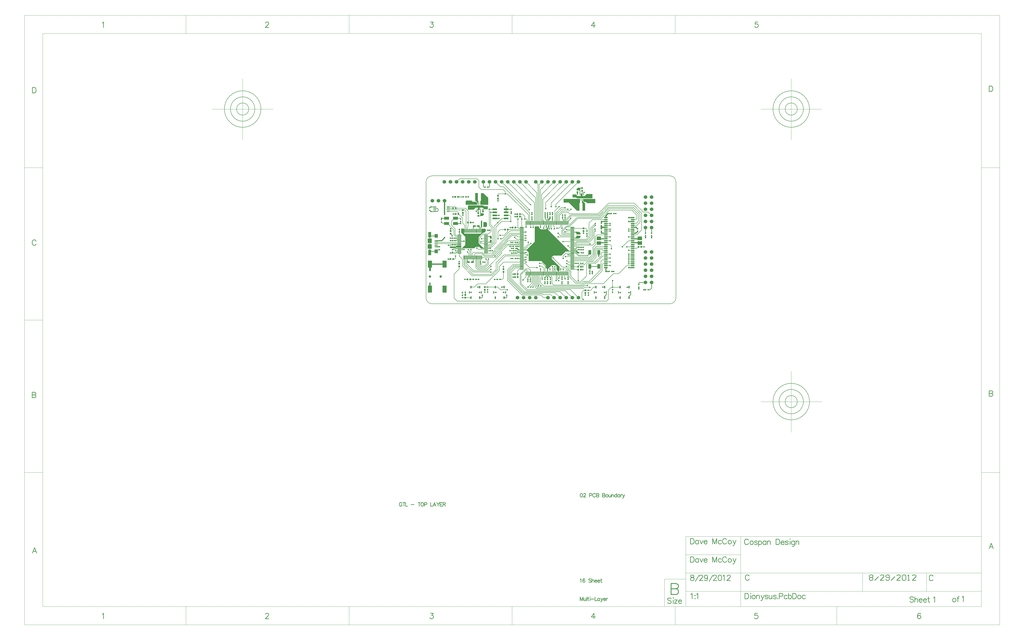
<source format=gtl>
%FSLAX25Y25*%
%MOIN*%
G70*
G01*
G75*
G04 Layer_Physical_Order=1*
G04 Layer_Color=255*
%ADD10R,0.02953X0.02559*%
%ADD11R,0.05118X0.09055*%
%ADD12R,0.07087X0.07480*%
%ADD13R,0.05512X0.06299*%
%ADD14R,0.05315X0.01575*%
%ADD15R,0.02559X0.02953*%
%ADD16R,0.02362X0.03937*%
%ADD17R,0.01772X0.03937*%
%ADD18R,0.02362X0.01969*%
%ADD19R,0.01969X0.02362*%
%ADD20R,0.05906X0.05118*%
%ADD21R,0.04331X0.12598*%
%ADD22R,0.09843X0.03543*%
%ADD23R,0.00984X0.03150*%
%ADD24R,0.02756X0.01969*%
%ADD25R,0.01969X0.02756*%
%ADD26R,0.07874X0.04724*%
%ADD27R,0.07087X0.11811*%
%ADD28R,0.04921X0.07284*%
%ADD29R,0.07480X0.02835*%
%ADD30R,0.04921X0.01378*%
%ADD31O,0.06102X0.02165*%
%ADD32O,0.01181X0.07087*%
%ADD33O,0.07087X0.01181*%
%ADD34C,0.00600*%
%ADD35C,0.01000*%
%ADD36C,0.01500*%
%ADD37C,0.02000*%
%ADD38C,0.03000*%
%ADD39C,0.00400*%
%ADD40C,0.00200*%
%ADD41C,0.01400*%
%ADD42C,0.06000*%
%ADD43C,0.05906*%
%ADD44C,0.03937*%
%ADD45C,0.02400*%
G36*
X108400Y110768D02*
Y107168D01*
X106000D01*
Y109169D01*
X104500Y110669D01*
X101500D01*
Y111669D01*
X107500D01*
X108400Y110768D01*
D02*
G37*
G36*
X355209Y110146D02*
Y105000D01*
X348009D01*
Y110246D01*
X348710Y110946D01*
X354410D01*
X355209Y110146D01*
D02*
G37*
G36*
X288000Y110246D02*
Y105000D01*
X280800D01*
Y110146D01*
X281600Y110946D01*
X287300D01*
X288000Y110246D01*
D02*
G37*
G36*
X254200Y109807D02*
X252252Y107859D01*
X240835D01*
Y108859D01*
X245985D01*
X247485Y110359D01*
Y112359D01*
X254200D01*
Y109807D01*
D02*
G37*
G36*
X82511Y126900D02*
X80511D01*
X79011Y125400D01*
Y122400D01*
X78011D01*
Y128400D01*
X78911Y129300D01*
X82511D01*
Y126900D01*
D02*
G37*
G36*
X92800Y136400D02*
Y126800D01*
X90900Y124900D01*
Y120200D01*
X89800D01*
Y125600D01*
X90800Y126600D01*
Y136400D01*
X91300Y136900D01*
X92300D01*
X92800Y136400D01*
D02*
G37*
G36*
X254200Y116700D02*
Y114148D01*
X247485D01*
Y116148D01*
X245985Y117648D01*
X240835D01*
Y118648D01*
X252252D01*
X254200Y116700D01*
D02*
G37*
G36*
X63300Y123400D02*
Y116400D01*
X64300Y115400D01*
X90700D01*
X91800Y116500D01*
Y117300D01*
Y123400D01*
X97900D01*
X98800Y122500D01*
Y119900D01*
X96200Y117300D01*
X94700D01*
X87100Y109700D01*
Y100000D01*
X95000Y92100D01*
X97800D01*
Y90900D01*
X91300D01*
X88300Y93900D01*
X82300D01*
X79900Y91500D01*
X62300D01*
X61800Y91000D01*
X60768D01*
Y92768D01*
X65300Y97300D01*
Y110300D01*
X58500Y117100D01*
Y119200D01*
Y123900D01*
X62800D01*
X63300Y123400D01*
D02*
G37*
G36*
X78957Y68400D02*
X78057Y67500D01*
X74458D01*
Y69900D01*
X76458D01*
X77957Y71400D01*
Y74400D01*
X78957D01*
Y68400D01*
D02*
G37*
G36*
X69169Y71400D02*
X70669Y69900D01*
X72668D01*
Y67500D01*
X69068D01*
X68168Y68400D01*
Y74400D01*
X69169D01*
Y71400D01*
D02*
G37*
G36*
X58500Y92900D02*
X50200D01*
X49300Y92000D01*
X40700D01*
X39800Y92900D01*
Y93700D01*
X40500Y94400D01*
X49700D01*
X51300Y96000D01*
X58500D01*
Y92900D01*
D02*
G37*
G36*
X108400Y101779D02*
X107500Y100880D01*
X101500D01*
Y101880D01*
X104500D01*
X106000Y103379D01*
Y105379D01*
X108400D01*
Y101779D01*
D02*
G37*
G36*
X355209Y97900D02*
X354410Y97100D01*
X348710D01*
X348009Y97800D01*
Y103046D01*
X355209D01*
Y97900D01*
D02*
G37*
G36*
X288000Y97800D02*
X287300Y97100D01*
X281600D01*
X280800Y97900D01*
Y103046D01*
X288000D01*
Y97800D01*
D02*
G37*
G36*
X85800Y169900D02*
X86900Y168800D01*
Y162800D01*
X85900D01*
Y165900D01*
X81500Y170300D01*
Y182200D01*
X85800D01*
Y169900D01*
D02*
G37*
G36*
X77600Y167900D02*
X82900D01*
X84900Y165900D01*
Y162800D01*
X66500D01*
X65800Y163500D01*
Y168500D01*
X67300Y170000D01*
X75500D01*
X77600Y167900D01*
D02*
G37*
G36*
X96200Y160600D02*
X102200D01*
Y155500D01*
X96400D01*
X93700Y158200D01*
X88800D01*
Y154100D01*
X85900D01*
Y158200D01*
X82600D01*
X82500Y158300D01*
X79000Y154800D01*
X69800D01*
X69400Y155200D01*
Y161000D01*
X70200Y161800D01*
X95000D01*
X96200Y160600D01*
D02*
G37*
G36*
X103000Y174300D02*
Y162800D01*
X89900D01*
Y168800D01*
X91000Y169900D01*
Y182000D01*
X95300D01*
X103000Y174300D01*
D02*
G37*
G36*
X253600Y186400D02*
X248100D01*
Y189200D01*
X249800Y190900D01*
X253600D01*
Y186400D01*
D02*
G37*
G36*
X257500Y177200D02*
X260800D01*
X260900Y177100D01*
X264400Y180600D01*
X273600D01*
X274000Y180200D01*
Y174400D01*
X273200Y173600D01*
X248400D01*
X247200Y174800D01*
X241200D01*
Y179900D01*
X247000D01*
X249700Y177200D01*
X254600D01*
Y181300D01*
X257500D01*
Y177200D01*
D02*
G37*
G36*
X278500Y172000D02*
Y166000D01*
X277900Y165400D01*
X265300D01*
X263200Y167500D01*
X260500D01*
X258500Y169500D01*
Y172600D01*
X277900D01*
X278500Y172000D01*
D02*
G37*
G36*
X289600Y127700D02*
X290200Y127100D01*
X296000D01*
Y125000D01*
X290300D01*
X289600Y124300D01*
Y122600D01*
X287300D01*
Y129600D01*
X289600D01*
Y127700D01*
D02*
G37*
G36*
X205300Y140000D02*
X202700Y137400D01*
Y126000D01*
X201000Y124300D01*
Y122200D01*
X236000Y87200D01*
X248900D01*
X250600Y85500D01*
X250900D01*
Y83000D01*
X249200D01*
X246100Y86100D01*
X229500D01*
X223100Y79700D01*
X209600D01*
X207300Y77300D01*
Y73900D01*
X219800Y61400D01*
Y55200D01*
X218500Y53900D01*
Y47300D01*
X217500D01*
X217400Y47400D01*
X217500Y47500D01*
Y53800D01*
X214800Y56500D01*
Y61900D01*
X212900Y63800D01*
X207200D01*
X200800Y57400D01*
Y47600D01*
X199700D01*
Y57500D01*
X197300Y59900D01*
Y63400D01*
X190000Y70700D01*
X169300D01*
Y84800D01*
X166027Y88100D01*
X152000D01*
X150000Y90100D01*
X148600D01*
Y92100D01*
X150800D01*
X153700Y89200D01*
X166000D01*
X179300Y102500D01*
Y126900D01*
X179800Y127400D01*
X185700D01*
X186300Y126800D01*
Y125400D01*
X189300Y122400D01*
X197300D01*
X200800Y125900D01*
Y128500D01*
X201700Y129400D01*
Y139800D01*
X203400Y141500D01*
Y143700D01*
X205300D01*
Y140000D01*
D02*
G37*
G36*
X88800Y128400D02*
Y122400D01*
X87800D01*
Y125400D01*
X86300Y126900D01*
X84300D01*
Y129300D01*
X87900D01*
X88800Y128400D01*
D02*
G37*
G36*
X100800Y132900D02*
Y127900D01*
X99300Y126400D01*
X94800D01*
Y133900D01*
X95300Y134400D01*
X99300D01*
X100800Y132900D01*
D02*
G37*
G36*
X253500Y166600D02*
X252400Y165500D01*
Y153400D01*
X248100D01*
X235100Y166500D01*
X226500D01*
Y172600D01*
X253500D01*
Y166600D01*
D02*
G37*
G36*
X257500Y169500D02*
X261900Y165100D01*
Y153200D01*
X257600D01*
Y165500D01*
X256500Y166600D01*
Y172600D01*
X257500D01*
Y169500D01*
D02*
G37*
G36*
X95300Y146200D02*
X93600Y144500D01*
X89800D01*
Y149000D01*
X95300D01*
Y146200D01*
D02*
G37*
D10*
X154800Y147400D02*
D03*
X150469D02*
D03*
X147065Y125400D02*
D03*
X142735D02*
D03*
X130435Y122100D02*
D03*
X134765D02*
D03*
X147035Y49300D02*
D03*
X151365D02*
D03*
X49487Y157080D02*
D03*
X45157D02*
D03*
X73965Y133800D02*
D03*
X69635D02*
D03*
X49535Y148000D02*
D03*
X53865D02*
D03*
X40969Y73900D02*
D03*
X45300D02*
D03*
X349500Y94000D02*
D03*
X353831D02*
D03*
X151365Y44300D02*
D03*
X147035D02*
D03*
X254765Y56400D02*
D03*
X250435D02*
D03*
X254765Y61100D02*
D03*
X250435D02*
D03*
X69035Y40400D02*
D03*
X73365D02*
D03*
X48835Y175900D02*
D03*
X53165D02*
D03*
X150469Y143500D02*
D03*
X154800D02*
D03*
D11*
X6968Y84436D02*
D03*
Y113964D02*
D03*
D12*
Y103924D02*
D03*
Y94476D02*
D03*
D13*
X17500Y111798D02*
D03*
Y86602D02*
D03*
D14*
Y104318D02*
D03*
Y101759D02*
D03*
Y99200D02*
D03*
Y96641D02*
D03*
Y94082D02*
D03*
D15*
X262142Y18223D02*
D03*
Y22554D02*
D03*
X55200Y66131D02*
D03*
Y61800D02*
D03*
X61300Y150035D02*
D03*
Y154365D02*
D03*
X41300Y115635D02*
D03*
Y119965D02*
D03*
X259300Y119769D02*
D03*
Y124100D02*
D03*
X65300Y14731D02*
D03*
Y10400D02*
D03*
X97300Y23535D02*
D03*
Y27865D02*
D03*
X127800Y57231D02*
D03*
Y52900D02*
D03*
X94100Y147635D02*
D03*
Y151965D02*
D03*
X86435Y149331D02*
D03*
Y145000D02*
D03*
X249300Y187765D02*
D03*
Y183435D02*
D03*
X257000Y186035D02*
D03*
Y190365D02*
D03*
X118800Y173069D02*
D03*
Y177400D02*
D03*
D16*
X319378Y27761D02*
D03*
Y10439D02*
D03*
X333945D02*
D03*
Y27761D02*
D03*
X74417D02*
D03*
Y10439D02*
D03*
X88984D02*
D03*
Y27761D02*
D03*
X114417D02*
D03*
Y10439D02*
D03*
X128983D02*
D03*
Y27761D02*
D03*
X279416D02*
D03*
Y10439D02*
D03*
X293984D02*
D03*
Y27761D02*
D03*
D17*
X316721Y19100D02*
D03*
X336602D02*
D03*
X71759D02*
D03*
X91641D02*
D03*
X111759D02*
D03*
X131641D02*
D03*
X276759D02*
D03*
X296641D02*
D03*
D18*
X307000Y23763D02*
D03*
Y27700D02*
D03*
X140700Y151532D02*
D03*
Y155468D02*
D03*
X48200Y104131D02*
D03*
Y108069D02*
D03*
X44100Y104131D02*
D03*
Y108069D02*
D03*
Y93231D02*
D03*
Y97168D02*
D03*
X48300Y93231D02*
D03*
Y97168D02*
D03*
X106200Y87532D02*
D03*
Y91469D02*
D03*
X44300Y85232D02*
D03*
Y89169D02*
D03*
X107200Y108369D02*
D03*
Y104431D02*
D03*
X6900Y157768D02*
D03*
Y153832D02*
D03*
X26200Y138537D02*
D03*
Y134600D02*
D03*
X57600Y135563D02*
D03*
Y139500D02*
D03*
X349507Y102075D02*
D03*
Y106012D02*
D03*
X348000Y119532D02*
D03*
Y123468D02*
D03*
X353731Y102075D02*
D03*
Y106012D02*
D03*
X288440Y123571D02*
D03*
Y119634D02*
D03*
X288454Y128591D02*
D03*
Y132528D02*
D03*
X281976Y105971D02*
D03*
Y102034D02*
D03*
X286789Y105971D02*
D03*
Y102034D02*
D03*
X370800Y112163D02*
D03*
Y116100D02*
D03*
X360800Y112163D02*
D03*
Y116100D02*
D03*
X349800Y27963D02*
D03*
Y31900D02*
D03*
X195800Y36432D02*
D03*
Y40369D02*
D03*
X223906Y36531D02*
D03*
Y40468D02*
D03*
X253000Y115168D02*
D03*
Y111232D02*
D03*
X248700Y115168D02*
D03*
Y111232D02*
D03*
X174694Y146869D02*
D03*
Y142931D02*
D03*
X204300Y146869D02*
D03*
Y142931D02*
D03*
X200300Y36432D02*
D03*
Y40369D02*
D03*
X208158Y146869D02*
D03*
Y142931D02*
D03*
X204800Y36432D02*
D03*
Y40369D02*
D03*
X251500Y93337D02*
D03*
Y89400D02*
D03*
X233749Y36531D02*
D03*
Y40468D02*
D03*
X255100Y93237D02*
D03*
Y89300D02*
D03*
X144500Y83732D02*
D03*
Y87669D02*
D03*
X147900Y83732D02*
D03*
Y87669D02*
D03*
X60700Y14337D02*
D03*
Y10400D02*
D03*
X102035Y23863D02*
D03*
Y27800D02*
D03*
X79175Y160231D02*
D03*
Y164169D02*
D03*
X264700Y175037D02*
D03*
Y171100D02*
D03*
X267077Y18557D02*
D03*
Y22494D02*
D03*
D19*
X101868Y121300D02*
D03*
X97931D02*
D03*
X55632Y122700D02*
D03*
X59569D02*
D03*
X95768Y132400D02*
D03*
X91831D02*
D03*
X95768Y128000D02*
D03*
X91831D02*
D03*
X85268Y128100D02*
D03*
X81331D02*
D03*
X94269Y68800D02*
D03*
X90332D02*
D03*
X75568Y68700D02*
D03*
X71631D02*
D03*
X305471Y53473D02*
D03*
X301534D02*
D03*
X308789Y148461D02*
D03*
X304852D02*
D03*
X361300Y23400D02*
D03*
X365237D02*
D03*
X101800Y191900D02*
D03*
X97863D02*
D03*
X167832Y40300D02*
D03*
X171768D02*
D03*
X273502Y53466D02*
D03*
X269565D02*
D03*
X254569Y66994D02*
D03*
X250631D02*
D03*
X224832Y141900D02*
D03*
X228768D02*
D03*
X255542Y84332D02*
D03*
X251606D02*
D03*
X144332Y91100D02*
D03*
X148268D02*
D03*
X196335Y146304D02*
D03*
X200272D02*
D03*
X196335Y142804D02*
D03*
X200272D02*
D03*
X143363Y74868D02*
D03*
X147300D02*
D03*
X144332Y94600D02*
D03*
X148268D02*
D03*
X143141Y101091D02*
D03*
X147078D02*
D03*
D20*
X99275Y158000D02*
D03*
Y165480D02*
D03*
X271000Y176940D02*
D03*
Y169460D02*
D03*
X244100Y177340D02*
D03*
Y169860D02*
D03*
X72475Y158460D02*
D03*
Y165940D02*
D03*
D21*
X259724Y159600D02*
D03*
X250276D02*
D03*
X83650Y175700D02*
D03*
X93099D02*
D03*
D22*
X256025Y175400D02*
D03*
X87375Y160000D02*
D03*
D23*
X258978Y171069D02*
D03*
X257010D02*
D03*
X255041D02*
D03*
X253072D02*
D03*
Y179731D02*
D03*
X255041D02*
D03*
X257010D02*
D03*
X258978D02*
D03*
X84422Y155669D02*
D03*
X86391D02*
D03*
X88359D02*
D03*
X90328D02*
D03*
Y164331D02*
D03*
X88359D02*
D03*
X86391D02*
D03*
X84422D02*
D03*
D24*
X82865Y40400D02*
D03*
X78535D02*
D03*
X61835Y175900D02*
D03*
X66165D02*
D03*
X122065Y40400D02*
D03*
X117735D02*
D03*
D25*
X265000Y119965D02*
D03*
Y115635D02*
D03*
D26*
X49183Y132269D02*
D03*
Y140931D02*
D03*
X34617D02*
D03*
Y132269D02*
D03*
D27*
X31116Y24675D02*
D03*
X7100D02*
D03*
Y65620D02*
D03*
X31116D02*
D03*
D28*
X269516Y61983D02*
D03*
X284084D02*
D03*
Y84817D02*
D03*
X269516D02*
D03*
D29*
X113648Y155500D02*
D03*
Y150500D02*
D03*
Y145500D02*
D03*
Y140500D02*
D03*
X132152Y155500D02*
D03*
Y150500D02*
D03*
Y145500D02*
D03*
Y140500D02*
D03*
D30*
X15078Y159639D02*
D03*
Y157080D02*
D03*
Y154520D02*
D03*
Y151961D02*
D03*
X37322Y159639D02*
D03*
Y157080D02*
D03*
Y154520D02*
D03*
Y151961D02*
D03*
D31*
X295957Y141818D02*
D03*
Y138669D02*
D03*
Y135519D02*
D03*
Y132369D02*
D03*
Y129220D02*
D03*
Y126070D02*
D03*
Y122921D02*
D03*
Y119771D02*
D03*
Y116621D02*
D03*
Y113472D02*
D03*
Y110322D02*
D03*
Y107172D02*
D03*
Y104023D02*
D03*
Y100873D02*
D03*
Y97724D02*
D03*
Y94574D02*
D03*
Y91424D02*
D03*
Y88275D02*
D03*
Y85125D02*
D03*
Y81976D02*
D03*
Y78826D02*
D03*
Y75676D02*
D03*
Y72527D02*
D03*
Y69377D02*
D03*
Y66228D02*
D03*
Y63078D02*
D03*
Y59928D02*
D03*
X340052Y141818D02*
D03*
Y138669D02*
D03*
Y135519D02*
D03*
Y132369D02*
D03*
Y129220D02*
D03*
Y126070D02*
D03*
Y122921D02*
D03*
Y119771D02*
D03*
Y116621D02*
D03*
Y113472D02*
D03*
Y110322D02*
D03*
Y107172D02*
D03*
Y104023D02*
D03*
Y100873D02*
D03*
Y97724D02*
D03*
Y94574D02*
D03*
Y91424D02*
D03*
Y88275D02*
D03*
Y85125D02*
D03*
Y81976D02*
D03*
Y78826D02*
D03*
Y75676D02*
D03*
Y72527D02*
D03*
Y69377D02*
D03*
Y66228D02*
D03*
Y63078D02*
D03*
Y59928D02*
D03*
D32*
X62736Y120250D02*
D03*
X64705D02*
D03*
X66673D02*
D03*
X68642D02*
D03*
X70610D02*
D03*
X72579D02*
D03*
X74547D02*
D03*
X76516D02*
D03*
X78484D02*
D03*
X80453D02*
D03*
X82421D02*
D03*
X84390D02*
D03*
X86358D02*
D03*
X88327D02*
D03*
X90295D02*
D03*
X92264D02*
D03*
Y76550D02*
D03*
X90295D02*
D03*
X88327D02*
D03*
X86358D02*
D03*
X84390D02*
D03*
X82421D02*
D03*
X80453D02*
D03*
X78484D02*
D03*
X76516D02*
D03*
X74547D02*
D03*
X72579D02*
D03*
X70610D02*
D03*
X68642D02*
D03*
X66673D02*
D03*
X64705D02*
D03*
X62736D02*
D03*
X164851Y133135D02*
D03*
X166820D02*
D03*
X168788D02*
D03*
X170757D02*
D03*
X172725D02*
D03*
X174694D02*
D03*
X176662D02*
D03*
X178631D02*
D03*
X180599D02*
D03*
X182568D02*
D03*
X184536D02*
D03*
X186505D02*
D03*
X188473D02*
D03*
X190442D02*
D03*
X192410D02*
D03*
X194379D02*
D03*
X196347D02*
D03*
X198316D02*
D03*
X200284D02*
D03*
X202253D02*
D03*
X204221D02*
D03*
X206190D02*
D03*
X208158D02*
D03*
X210127D02*
D03*
X212095D02*
D03*
X214064D02*
D03*
X216032D02*
D03*
X218001D02*
D03*
X219969D02*
D03*
X221938D02*
D03*
X223906D02*
D03*
X225875D02*
D03*
X227843D02*
D03*
X229812D02*
D03*
X231780D02*
D03*
X233749D02*
D03*
Y50065D02*
D03*
X231780D02*
D03*
X229812D02*
D03*
X227843D02*
D03*
X225875D02*
D03*
X223906D02*
D03*
X221938D02*
D03*
X219969D02*
D03*
X218001D02*
D03*
X216032D02*
D03*
X214064D02*
D03*
X212095D02*
D03*
X210127D02*
D03*
X208158D02*
D03*
X206190D02*
D03*
X204221D02*
D03*
X202253D02*
D03*
X200284D02*
D03*
X198316D02*
D03*
X196347D02*
D03*
X194379D02*
D03*
X192410D02*
D03*
X190442D02*
D03*
X188473D02*
D03*
X186505D02*
D03*
X184536D02*
D03*
X182568D02*
D03*
X180599D02*
D03*
X178631D02*
D03*
X176662D02*
D03*
X174694D02*
D03*
X172725D02*
D03*
X170757D02*
D03*
X168788D02*
D03*
X166820D02*
D03*
X164851D02*
D03*
D33*
X99350Y113164D02*
D03*
Y111195D02*
D03*
Y109227D02*
D03*
Y107258D02*
D03*
Y105290D02*
D03*
Y103321D02*
D03*
Y101353D02*
D03*
Y99384D02*
D03*
Y97416D02*
D03*
Y95447D02*
D03*
Y93479D02*
D03*
Y91510D02*
D03*
Y89542D02*
D03*
Y87573D02*
D03*
Y85605D02*
D03*
Y83636D02*
D03*
X55650D02*
D03*
Y85605D02*
D03*
Y87573D02*
D03*
Y89542D02*
D03*
Y91510D02*
D03*
Y93479D02*
D03*
Y95447D02*
D03*
Y97416D02*
D03*
Y99384D02*
D03*
Y101353D02*
D03*
Y103321D02*
D03*
Y105290D02*
D03*
Y107258D02*
D03*
Y109227D02*
D03*
Y111195D02*
D03*
Y113164D02*
D03*
X157765Y57151D02*
D03*
Y59120D02*
D03*
Y61088D02*
D03*
Y63057D02*
D03*
Y65025D02*
D03*
Y66994D02*
D03*
Y68962D02*
D03*
Y70931D02*
D03*
Y72899D02*
D03*
Y74868D02*
D03*
Y76836D02*
D03*
Y78805D02*
D03*
Y80773D02*
D03*
Y82742D02*
D03*
Y84710D02*
D03*
Y86679D02*
D03*
Y88647D02*
D03*
Y90616D02*
D03*
Y92584D02*
D03*
Y94553D02*
D03*
Y96521D02*
D03*
Y98490D02*
D03*
Y100458D02*
D03*
Y102427D02*
D03*
Y104395D02*
D03*
Y106364D02*
D03*
Y108332D02*
D03*
Y110301D02*
D03*
Y112269D02*
D03*
Y114238D02*
D03*
Y116206D02*
D03*
Y118175D02*
D03*
Y120143D02*
D03*
Y122112D02*
D03*
Y124080D02*
D03*
Y126049D02*
D03*
X240835D02*
D03*
Y124080D02*
D03*
Y122112D02*
D03*
Y120143D02*
D03*
Y118175D02*
D03*
Y116206D02*
D03*
Y114238D02*
D03*
Y112269D02*
D03*
Y110301D02*
D03*
Y108332D02*
D03*
Y106364D02*
D03*
Y104395D02*
D03*
Y102427D02*
D03*
Y100458D02*
D03*
Y98490D02*
D03*
Y96521D02*
D03*
Y94553D02*
D03*
Y92584D02*
D03*
Y90616D02*
D03*
Y88647D02*
D03*
Y86679D02*
D03*
Y84710D02*
D03*
Y82742D02*
D03*
Y80773D02*
D03*
Y78805D02*
D03*
Y76836D02*
D03*
Y74868D02*
D03*
Y72899D02*
D03*
Y70931D02*
D03*
Y68962D02*
D03*
Y66994D02*
D03*
Y65025D02*
D03*
Y63057D02*
D03*
Y61088D02*
D03*
Y59120D02*
D03*
Y57151D02*
D03*
D34*
X91000Y102000D02*
X92321Y103321D01*
X88400Y108500D02*
X95000Y115100D01*
X88400Y100600D02*
Y108500D01*
Y100600D02*
X89616Y99384D01*
X99350D01*
X134900Y96900D02*
X152900D01*
X125000Y87000D02*
X134900Y96900D01*
X125000Y83100D02*
Y87000D01*
X100400Y58500D02*
X125000Y83100D01*
X121200Y62000D02*
X128162Y68962D01*
X123700Y107258D02*
X126258D01*
X132809Y98309D02*
X157584D01*
X123000Y88500D02*
X132809Y98309D01*
X123000Y84600D02*
Y88500D01*
X114950Y76550D02*
X123000Y84600D01*
X135500Y103900D02*
X152400D01*
X120900Y89300D02*
X135500Y103900D01*
X120900Y85900D02*
Y89300D01*
X113900Y78900D02*
X120900Y85900D01*
X141200Y112300D02*
X149900D01*
X118550Y89650D02*
X141200Y112300D01*
X110100Y78500D02*
X118550Y86950D01*
Y89650D01*
X116000Y89800D02*
X140438Y114238D01*
X116000Y87300D02*
Y89800D01*
X109400Y80700D02*
X116000Y87300D01*
X140438Y114238D02*
X157765D01*
X113500Y90400D02*
X139306Y116206D01*
X113500Y87500D02*
Y90400D01*
X109636Y83636D02*
X113500Y87500D01*
X139306Y116206D02*
X157765D01*
X139143Y120143D02*
X157765D01*
X126258Y107258D02*
X139143Y120143D01*
X134765Y118965D02*
Y122100D01*
X128800Y113000D02*
X134765Y118965D01*
X122300Y113000D02*
X128800D01*
X229000Y41500D02*
Y43500D01*
X227843Y44657D02*
X229000Y43500D01*
X227843Y44657D02*
Y50065D01*
X218500Y42500D02*
X219969Y43969D01*
X246500Y34000D02*
X255400D01*
X236400Y44100D02*
X246500Y34000D01*
X236400Y44100D02*
Y53600D01*
X255400Y34000D02*
X258600Y37200D01*
X253800Y35900D02*
X264200Y46300D01*
X248100Y35900D02*
X253800D01*
X238400Y45600D02*
X248100Y35900D01*
X238400Y45600D02*
Y53600D01*
X264200Y46300D02*
Y64900D01*
X258600Y37200D02*
X268400D01*
X260200Y35400D02*
X271000D01*
X256000Y31200D02*
X260200Y35400D01*
X210300Y31200D02*
X256000D01*
X261300Y33500D02*
X291900D01*
X257200Y29400D02*
X261300Y33500D01*
X193800Y29400D02*
X257200D01*
X260800Y30500D02*
X265500D01*
X257900Y27600D02*
X260800Y30500D01*
X183500Y27600D02*
X257900D01*
X261100Y27500D02*
X269500D01*
X259100Y25500D02*
X261100Y27500D01*
X182000Y25500D02*
X259100D01*
X216032Y40968D02*
X218500Y38500D01*
X207500Y34000D02*
X210300Y31200D01*
X207500Y34000D02*
Y44200D01*
X206190Y45510D02*
X207500Y44200D01*
X231900Y66500D02*
X233375Y65025D01*
X232000Y71000D02*
X234169Y68831D01*
X168500Y97900D02*
Y101400D01*
X163184Y92584D02*
X168500Y97900D01*
X164116Y90616D02*
X173000Y99500D01*
X157765Y90616D02*
X164116D01*
X228500Y118500D02*
X231400D01*
X226294Y116206D02*
X240835D01*
X225300Y117200D02*
X226294Y116206D01*
X225300Y117200D02*
Y119900D01*
X232000Y126600D01*
X224694Y114106D02*
X240704D01*
X223300Y115500D02*
X224694Y114106D01*
X223300Y115500D02*
Y120200D01*
X231100Y128000D01*
X221431Y112269D02*
X240835D01*
X217500Y116200D02*
X221431Y112269D01*
X217500Y110301D02*
X240835D01*
X235600Y78000D02*
X236405Y78805D01*
X229500Y78000D02*
X235600D01*
X225800Y74900D02*
Y78900D01*
X224900Y150400D02*
X233900D01*
X219969Y145469D02*
X224900Y150400D01*
X219969Y133135D02*
Y145469D01*
X224500Y153000D02*
X236000D01*
X218001Y146501D02*
X224500Y153000D01*
X218001Y133135D02*
Y146501D01*
X222600Y158100D02*
X229000D01*
X214064Y149564D02*
X222600Y158100D01*
X214064Y133135D02*
Y149564D01*
X223400Y155500D02*
X233500D01*
X236000Y153000D02*
X238400Y155400D01*
X147065Y125400D02*
X151600D01*
X20906Y101353D02*
X55650D01*
X20500Y101759D02*
X20906Y101353D01*
X17500Y101759D02*
X20500D01*
X20684Y99384D02*
X55650D01*
X20500Y99200D02*
X20684Y99384D01*
X17500Y99200D02*
X20500D01*
X113300Y40400D02*
X117735D01*
X82865D02*
X87300D01*
X73365D02*
X78535D01*
X235500Y83700D02*
X236327Y82873D01*
X230600Y83700D02*
X235500D01*
X225800Y78900D02*
X230600Y83700D01*
X236327Y82873D02*
X240704D01*
X168300Y27900D02*
X174694Y34294D01*
Y50065D01*
X55200Y57400D02*
Y61700D01*
X49300Y75000D02*
Y79000D01*
X48200Y73900D02*
X49300Y75000D01*
X45300Y73900D02*
X48200D01*
X50800Y200400D02*
X55900Y205500D01*
X55650Y78550D02*
X60500Y73700D01*
Y62799D02*
Y73700D01*
Y62799D02*
X76599Y46700D01*
X55650Y78550D02*
Y83636D01*
X197100Y156700D02*
Y166700D01*
X206300Y160000D02*
Y165900D01*
X240800Y200400D01*
X95000Y115100D02*
X103200D01*
X107800Y119700D01*
X84300Y92000D02*
X86758Y89542D01*
X64179Y154520D02*
X66673Y152027D01*
X37322Y154520D02*
X64179D01*
X66673Y120250D02*
Y152027D01*
X64705Y120250D02*
Y128895D01*
X60800Y132800D02*
X64705Y128895D01*
X60800Y132800D02*
Y141100D01*
X53922Y147978D02*
X60800Y141100D01*
X338400Y154200D02*
X346600Y146000D01*
X301700Y154200D02*
X338400D01*
X288100Y140600D02*
X301700Y154200D01*
X134765Y122100D02*
X157765D01*
X118800Y107258D02*
Y118500D01*
X122400Y122100D01*
X130435D01*
X55200Y66131D02*
Y69900D01*
X36131Y132269D02*
X46700Y121700D01*
Y114100D02*
Y121700D01*
Y114100D02*
X51573Y109227D01*
X42500Y129700D02*
Y135900D01*
Y129700D02*
X48700Y123500D01*
Y114600D02*
Y123500D01*
Y114600D02*
X52100Y111200D01*
X42500Y135900D02*
X47531Y140931D01*
X231400Y118500D02*
X233043Y120143D01*
X240835D01*
X60716Y14344D02*
Y19376D01*
X228180Y59120D02*
X240835D01*
X226400Y60900D02*
X228180Y59120D01*
X224200Y60900D02*
X226400D01*
X209300Y75800D02*
X224200Y60900D01*
X187300Y62300D02*
X190900D01*
X187300Y67000D02*
X191900D01*
X170600Y59900D02*
X182800D01*
X163506Y66994D02*
X170600Y59900D01*
X157765Y66994D02*
X163506D01*
X279200Y67000D02*
X291026Y78826D01*
X266300Y67000D02*
X279200D01*
X291026Y78826D02*
X295957D01*
X249820Y96500D02*
X273900D01*
X247732Y94412D02*
X249820Y96500D01*
X240976Y94412D02*
X247732D01*
X236405Y78805D02*
X240835D01*
X273900Y96500D02*
X276800Y99400D01*
X249300Y98700D02*
X269800D01*
X247121Y96521D02*
X249300Y98700D01*
X240835Y96521D02*
X247121D01*
X248800Y101100D02*
X268200D01*
X246190Y98490D02*
X248800Y101100D01*
X241600Y98490D02*
X246190D01*
X248300Y102900D02*
X266500D01*
X245858Y100458D02*
X248300Y102900D01*
X240835Y100458D02*
X245858D01*
X268200Y101100D02*
X274900Y107800D01*
X266500Y102900D02*
X272800Y109200D01*
X240704Y82873D02*
X240835Y82742D01*
X206190Y45510D02*
Y50065D01*
X185300Y29900D02*
Y31900D01*
X184536Y32664D02*
X185300Y31900D01*
X188800Y34400D02*
Y43300D01*
X186505Y32695D02*
X189300Y29900D01*
X184536Y32664D02*
Y50065D01*
X182568Y28532D02*
X183500Y27600D01*
X182568Y28532D02*
Y50065D01*
X180599Y26901D02*
X182000Y25500D01*
X180599Y26901D02*
Y50065D01*
X225400Y102427D02*
X240835D01*
X71759Y19100D02*
X74900D01*
X85843Y27761D02*
X88984D01*
X88500Y19100D02*
X91641D01*
X125300Y27761D02*
X128983D01*
X127800Y57231D02*
Y61665D01*
X64600Y40400D02*
X69035D01*
X49300Y87573D02*
X55650D01*
X51573Y109227D02*
X55650D01*
X62736Y63764D02*
Y76550D01*
X64705Y65295D02*
Y76550D01*
X49183Y140931D02*
X56169D01*
X57600Y139500D01*
X26250Y134650D02*
X28631Y132269D01*
X34617D01*
X37322Y157059D02*
X45322D01*
X37322Y159618D02*
X48983D01*
X49487Y159114D01*
Y157080D02*
Y159114D01*
X68642Y120250D02*
Y125642D01*
X70610Y76550D02*
Y83590D01*
X74547Y76550D02*
Y89400D01*
X80453Y76550D02*
Y81353D01*
X52039Y151961D02*
X53922Y150078D01*
X37322Y151961D02*
X52039D01*
X53922Y147978D02*
Y150078D01*
X49487Y157080D02*
X65455D01*
X307000Y27700D02*
X319378D01*
X333461Y19039D02*
X336602D01*
X330804Y27700D02*
X333945D01*
X316721Y19039D02*
X319861D01*
X267077Y14626D02*
Y18557D01*
X240835Y124100D02*
X263600D01*
X265000Y122700D01*
Y119965D02*
Y122700D01*
X91842Y107258D02*
X99350D01*
X92321Y103321D02*
X99350D01*
X107800Y119700D02*
Y126100D01*
X66673Y66727D02*
Y76550D01*
X68800Y85400D02*
X70610Y83590D01*
X72579Y76550D02*
Y87079D01*
X70279Y89379D02*
X72579Y87079D01*
X88195Y76418D02*
X88327Y76550D01*
X99350Y97416D02*
X106616D01*
X110600Y101400D01*
X99350Y95447D02*
X107347D01*
X125600Y140500D02*
X132152D01*
X99350Y93479D02*
X99482Y93610D01*
X138200Y145500D02*
X139900Y143800D01*
X132152Y145500D02*
X138200D01*
X104700Y129200D02*
X107800Y126100D01*
X106900Y130300D02*
X110600Y126600D01*
Y101400D02*
Y126600D01*
X107347Y95447D02*
X113000Y101100D01*
Y127900D01*
X115700Y126200D02*
X125000Y135500D01*
X134800Y200400D02*
X172294Y162906D01*
X124800Y200400D02*
X170300Y154900D01*
X172725Y125925D02*
Y133135D01*
X176662Y125962D02*
Y133135D01*
X154800Y200400D02*
X180599Y174601D01*
X164800Y200400D02*
X182568Y182632D01*
X190400Y180000D02*
X210800Y200400D01*
X196225Y133013D02*
X196347Y133135D01*
X192400Y172000D02*
X220800Y200400D01*
X197100Y166700D02*
X230800Y200400D01*
X210127Y128073D02*
Y133135D01*
X213800Y163400D02*
X250800Y200400D01*
X157584Y98309D02*
X157765Y98490D01*
X80453Y81353D02*
X82000Y82900D01*
X92100D01*
X96500Y78500D01*
X76516Y76550D02*
Y82916D01*
X78600Y85000D01*
X92600D01*
X96900Y80700D01*
X88195Y63405D02*
Y76418D01*
X86358Y62142D02*
Y76550D01*
X153551Y57151D02*
X157765D01*
X151365Y54965D02*
X153551Y57151D01*
X168788Y133135D02*
X168800Y133147D01*
X151600Y125400D02*
X152920Y124080D01*
X157765D01*
X104700Y129200D02*
Y155500D01*
X113648D01*
X106900Y130300D02*
Y150500D01*
X113648D01*
X125000Y135500D02*
X139900D01*
Y143800D01*
X113000Y127900D02*
X118700Y133600D01*
X125600Y140500D01*
X240835Y57151D02*
X246449D01*
X247200Y56400D01*
X250435D01*
X240847Y61100D02*
X250435D01*
X178631Y30231D02*
Y50065D01*
X212500Y18700D02*
X220800Y10400D01*
X220900Y20300D02*
X230800Y10400D01*
X165800Y21900D02*
X229300D01*
X240800Y10400D01*
X256400Y9600D02*
X258450Y7550D01*
X96900Y80700D02*
X109400D01*
X96500Y78500D02*
X110100D01*
X86758Y89542D02*
X99350D01*
X157765Y108332D02*
X164700D01*
X157765Y112269D02*
X164700D01*
X157765Y104395D02*
X164700D01*
X92264Y76550D02*
X114950D01*
X153279Y96521D02*
X157765D01*
X152900Y96900D02*
X153279Y96521D01*
X88195Y63405D02*
X89100Y62500D01*
X86358Y62142D02*
X88100Y60400D01*
X66673Y66727D02*
X78800Y54600D01*
X105000D01*
X84390Y61110D02*
Y76550D01*
Y61110D02*
X87000Y58500D01*
X100400D01*
X82421Y59779D02*
Y76550D01*
Y59779D02*
X85600Y56600D01*
X101900D01*
X64705Y65295D02*
X77500Y52500D01*
X157765Y76836D02*
X164780D01*
X128873Y80773D02*
X157765D01*
Y70931D02*
X162869D01*
X97300Y27800D02*
X102035D01*
X151365Y44300D02*
Y49300D01*
Y54965D01*
X143425Y65025D02*
X157765D01*
X134400Y56000D02*
X143425Y65025D01*
X144757Y63057D02*
X157765D01*
X145788Y61088D02*
X157765D01*
X147120Y59120D02*
X157765D01*
X136500Y54800D02*
X144757Y63057D01*
X138600Y53900D02*
X145788Y61088D01*
X140600Y52600D02*
X147120Y59120D01*
X155300Y32400D02*
X165800Y21900D01*
X155300Y32400D02*
Y48900D01*
X156900Y33700D02*
Y48500D01*
X164400Y56000D01*
X166000D01*
X166800Y55200D01*
X164851Y44751D02*
Y50065D01*
X159800Y39700D02*
X164851Y44751D01*
X166820Y50065D02*
Y55180D01*
X155300Y48900D02*
X164400Y58000D01*
X170000D01*
X172725Y55275D01*
Y50065D02*
Y55275D01*
X176662Y32162D02*
Y50065D01*
X186505Y32695D02*
Y50065D01*
X178631Y133135D02*
Y166569D01*
X144800Y200400D02*
X178631Y166569D01*
X180599Y133135D02*
Y174601D01*
X182568Y133135D02*
Y182632D01*
X184536Y133135D02*
Y196664D01*
X180800Y200400D02*
X184536Y196664D01*
X186505Y133135D02*
Y196105D01*
X190800Y200400D01*
X212095Y133135D02*
Y152795D01*
X219200Y159900D01*
X221938Y127338D02*
Y133135D01*
X219090Y124490D02*
X221938Y127338D01*
X215600Y124490D02*
X219090D01*
X223906D02*
Y133135D01*
X229812D02*
Y138112D01*
X231780Y133135D02*
Y137680D01*
X238500Y144400D01*
X285500D01*
X229812Y138112D02*
X238200Y146500D01*
X284800D01*
X240704Y114106D02*
X240835Y114238D01*
X273768Y138669D02*
X295957D01*
X333218Y122921D02*
X340052D01*
X353831Y94000D02*
X358493D01*
X340052Y91424D02*
X346924D01*
X233900Y150400D02*
X236000Y148300D01*
X283200D01*
X300600Y165700D01*
X307000Y27700D02*
Y38400D01*
X231780Y50065D02*
Y54380D01*
X232700Y55300D01*
X234700D01*
X236400Y53600D01*
X229812Y50065D02*
Y55112D01*
X231800Y57100D01*
X234900D01*
X238400Y53600D01*
X237400Y23800D02*
X250800Y10400D01*
X156900Y33700D02*
X166800Y23800D01*
X237400D01*
X250435Y38400D02*
Y56400D01*
X251000Y64200D02*
X260300D01*
X250435Y63635D02*
X251000Y64200D01*
X250435Y61100D02*
Y63635D01*
X289825Y85125D02*
X295957D01*
X233375Y65025D02*
X240835D01*
X235957Y63057D02*
X240835D01*
X234757Y61857D02*
X235957Y63057D01*
X230800Y61857D02*
X234757D01*
X216032Y40968D02*
Y50065D01*
X214064Y38500D02*
Y50065D01*
X219969Y43969D02*
Y50065D01*
X204221D02*
Y57238D01*
X208158Y50065D02*
Y61400D01*
X240704Y68831D02*
X240835Y68962D01*
X234169Y68831D02*
X240704D01*
X340052Y138669D02*
X345468D01*
X346600Y139800D01*
Y146000D01*
X286300Y142300D02*
X300900Y156900D01*
X339300D01*
X349200Y147000D01*
X285500Y144400D02*
X300100Y159000D01*
X341000D01*
X284800Y146500D02*
X299700Y161400D01*
X342200D01*
X340052Y129220D02*
X346920D01*
X351800Y134100D01*
Y148200D01*
X341000Y159000D02*
X351800Y148200D01*
X340052Y132369D02*
X345569D01*
X349200Y136000D01*
Y147000D01*
X342200Y161400D02*
X354700Y148900D01*
X340052Y113472D02*
X346572D01*
X354700Y121600D01*
Y148900D01*
X333170Y119791D02*
X340004D01*
X295957Y132369D02*
X302791D01*
X295957Y129220D02*
X302791D01*
X268300Y133200D02*
X273768Y138669D01*
X270500Y124319D02*
X278550Y132369D01*
X295957Y119771D02*
X302791D01*
X295957Y122921D02*
X302791D01*
X295957Y110322D02*
X302791D01*
X295957Y104023D02*
X302791D01*
X280274Y94574D02*
X295957D01*
X291225Y88275D02*
X295957D01*
X295933Y91400D02*
X295957Y91424D01*
X280900Y89900D02*
X289600D01*
X291225Y88275D01*
X280100Y92000D02*
X290700D01*
X291300Y91400D01*
X295933D01*
X264200Y64900D02*
X266300Y67000D01*
X260300Y64200D02*
X265300Y69200D01*
X288100Y83400D02*
X289825Y85125D01*
X287800Y56600D02*
Y70900D01*
X268400Y37200D02*
X287800Y56600D01*
X271000Y35400D02*
X290000Y54400D01*
X291028Y66228D02*
X295957D01*
X290000Y65200D02*
X291028Y66228D01*
X290000Y54400D02*
Y65200D01*
X289427Y72527D02*
X295957D01*
X287800Y70900D02*
X289427Y72527D01*
X265300Y69200D02*
X278300D01*
X288100Y79000D01*
Y83400D01*
X295957Y81976D02*
X302791D01*
X295957Y75676D02*
X302791D01*
X295957Y69377D02*
X302791D01*
X295957Y63078D02*
X302791D01*
X333218Y110322D02*
X340052D01*
X335474Y94574D02*
X340052D01*
X333218Y88275D02*
X340052D01*
X333218Y81976D02*
X340052D01*
X333218Y78826D02*
X340052D01*
X333218Y75676D02*
X340052D01*
X333218Y72527D02*
X340052D01*
X333218Y69377D02*
X340052D01*
X333218Y66228D02*
X340052D01*
X225875Y50065D02*
Y57400D01*
X272800Y123470D02*
X278550Y129220D01*
X274900Y122000D02*
X275820Y122921D01*
X278200D01*
X276800Y99400D02*
Y118371D01*
X278200Y119771D01*
X278800Y97200D02*
Y111000D01*
X280000Y89000D02*
X280900Y89900D01*
X278000D02*
X280100Y92000D01*
X276100Y90400D02*
X280274Y94574D01*
X274400Y92800D02*
X278800Y97200D01*
X240835Y70931D02*
X274131D01*
X280000Y76800D01*
Y89000D01*
X240835Y72899D02*
X272599D01*
X278000Y78300D01*
Y89900D01*
X240835Y74868D02*
X271368D01*
X276100Y79600D01*
Y90400D01*
X240835Y76836D02*
X270136D01*
X274400Y81100D01*
Y92800D01*
X236616Y92584D02*
X240835D01*
X233800Y95400D02*
X236616Y92584D01*
X295957Y97724D02*
X302500D01*
X304800Y90900D02*
Y95424D01*
X302500Y97724D02*
X304800Y95424D01*
X322800Y93900D02*
X332923Y104023D01*
X340052D01*
X334800Y93900D02*
X335474Y94574D01*
X330200Y93900D02*
X334800D01*
X216032Y148132D02*
X223400Y155500D01*
X216032Y133135D02*
Y148132D01*
X330178Y63078D02*
X340052D01*
X316900Y49800D02*
X330178Y63078D01*
X291900Y33500D02*
X308200Y49800D01*
X316900D01*
X140600Y41500D02*
Y52600D01*
Y41500D02*
X161800Y20300D01*
X220900D01*
X138600Y40700D02*
Y53900D01*
Y40700D02*
X160600Y18700D01*
X212500D01*
X136500Y39800D02*
Y54800D01*
Y39800D02*
X159400Y16900D01*
X134400Y38700D02*
Y56000D01*
Y38700D02*
X158100Y15000D01*
X274900Y107800D02*
Y122000D01*
X240835Y104395D02*
X264795D01*
X270500Y110100D01*
Y124319D01*
X240835Y106364D02*
X263864D01*
X268300Y110800D01*
Y133200D01*
X127957Y19100D02*
X131641D01*
X111759D02*
X115443D01*
X99350Y83636D02*
X109636D01*
X99482Y93610D02*
X108410D01*
X115700Y100900D01*
Y126200D01*
X276759Y19100D02*
X279900D01*
X290843Y27761D02*
X293984D01*
X293500Y19100D02*
X296641D01*
X272800Y109200D02*
Y123470D01*
X278800Y111000D02*
X281272Y113472D01*
X295957D01*
X157765Y82742D02*
X162458D01*
X164800Y80400D01*
X167300D01*
X191900Y67000D02*
X196347Y62553D01*
Y50065D02*
Y62553D01*
X190900Y62300D02*
X194379Y58821D01*
Y50065D02*
Y58821D01*
X210127Y128073D02*
X211100Y127100D01*
Y123400D02*
Y127100D01*
X206190Y127510D02*
Y133135D01*
Y127510D02*
X206700Y127000D01*
X193800Y124400D02*
Y126500D01*
X196225Y128925D01*
Y133013D01*
X206700Y123400D02*
Y127000D01*
X68642Y125642D02*
X69800Y126800D01*
Y152735D01*
X65455Y157080D02*
X69800Y152735D01*
X157765Y126049D02*
Y139400D01*
X151600Y125400D02*
Y139400D01*
X234100Y128000D02*
X248400Y142300D01*
X286300D01*
X235600Y126600D02*
X249600Y140600D01*
X288100D01*
X88100Y60400D02*
X98300D01*
X103300Y65400D01*
Y73900D01*
X89100Y62500D02*
X97100D01*
X101300Y66700D01*
Y72000D01*
X99300Y74000D02*
X101300Y72000D01*
X101900Y56600D02*
X107250Y61950D01*
X157549Y90400D02*
X157765Y90616D01*
X297400Y4900D02*
X300000Y7500D01*
X240835Y94553D02*
X240976Y94412D01*
X152400Y103900D02*
X153873Y102427D01*
X157765D01*
X231112Y122112D02*
X240835D01*
X232000Y126600D02*
X235600D01*
X231100Y128000D02*
X234100D01*
X97300Y19400D02*
Y23535D01*
X256400Y9600D02*
Y19600D01*
X259295Y22494D02*
X267077D01*
X256400Y19600D02*
X259295Y22494D01*
X262142Y14700D02*
Y18223D01*
X300000Y7500D02*
Y22900D01*
X304800Y27700D01*
X307000D01*
Y19200D02*
Y23763D01*
X267077Y22526D02*
X270726D01*
X275961Y27761D01*
X279416D01*
X52100Y111200D02*
X54200D01*
X54205Y111195D01*
X55650D01*
X204221Y124821D02*
Y133135D01*
X213800Y159900D02*
Y163400D01*
X202800Y123400D02*
X204221Y124821D01*
X190400Y138400D02*
Y180000D01*
Y138400D02*
X192410Y136390D01*
Y133135D02*
Y136390D01*
X190442Y133135D02*
Y136458D01*
X192400Y138500D02*
Y172000D01*
Y138500D02*
X194379Y136521D01*
Y133135D02*
Y136521D01*
X188400Y188000D02*
X200800Y200400D01*
X188400Y138500D02*
X190442Y136458D01*
X188400Y138500D02*
Y188000D01*
X128162Y68962D02*
X157765D01*
X162869Y70931D02*
X164800Y69000D01*
X77500Y52500D02*
X107300D01*
X157765Y92584D02*
X163184D01*
X76599Y46700D02*
X108900D01*
X62736Y63764D02*
X78000Y48500D01*
X107900D01*
X105000Y54600D02*
X107300Y56900D01*
X149900Y112300D02*
X151899Y110301D01*
X157765D01*
X149400Y106364D02*
X157765D01*
X146332Y109432D02*
X149400Y106364D01*
X190442Y44942D02*
Y50065D01*
X191400Y41300D02*
Y43600D01*
X192410Y44610D01*
Y50065D01*
X188800Y43300D02*
X190442Y44942D01*
X158100Y15000D02*
X189100D01*
X193700Y10400D01*
X200800D01*
X159400Y16900D02*
X191800D01*
X193000Y15700D01*
X205500D01*
X210800Y10400D01*
X188800Y34400D02*
X193800Y29400D01*
X172400Y27900D02*
X176662Y32162D01*
X176300Y27900D02*
X178631Y30231D01*
X115968Y56568D02*
Y67868D01*
X107900Y48500D02*
X115968Y56568D01*
Y67868D02*
X128873Y80773D01*
X108900Y46700D02*
X118700Y56500D01*
Y66700D01*
X130805Y78805D01*
X157765D01*
X221938Y50065D02*
Y57343D01*
X221900Y57381D02*
X221938Y57343D01*
X221900Y57381D02*
Y57400D01*
X209995Y58995D02*
X212300Y61300D01*
X209995Y50196D02*
X210127Y50065D01*
X209995Y50196D02*
Y58995D01*
X365300Y150900D02*
X370800Y145400D01*
X300600Y165700D02*
X342600D01*
X357400Y150900D01*
X365300D01*
X346924Y91424D02*
X349500Y94000D01*
X102035Y18866D02*
Y23863D01*
X102000Y18866D02*
X102035D01*
X60700Y10439D02*
X74417D01*
X51800Y4900D02*
X297400D01*
X46900Y9800D02*
X51800Y4900D01*
X46900Y9800D02*
Y49100D01*
X55200Y57400D01*
X114417Y27761D02*
X118439D01*
X122800Y23400D01*
X134300D01*
X102035Y27761D02*
X114417D01*
X122065Y40400D02*
X125900D01*
X127800Y42300D01*
Y52900D01*
X74417Y27761D02*
X80361D01*
X85700Y33100D01*
X98800D01*
X121200Y55500D01*
Y62000D01*
X162800Y139400D02*
X165400D01*
X166820Y133135D02*
Y137980D01*
X154800Y147400D02*
X159500D01*
X162800Y144100D01*
Y140400D02*
Y144100D01*
X87400Y191900D02*
X91500Y187800D01*
X55900Y205500D02*
X84700D01*
X87400Y202800D01*
Y191900D02*
Y202800D01*
X170757Y133135D02*
Y149543D01*
X154800Y143500D02*
X157200D01*
X157765Y142935D01*
Y139400D02*
Y142935D01*
X165400Y139400D02*
X166820Y137980D01*
X168800Y133147D02*
Y146400D01*
X114800Y200400D02*
X122800Y192400D01*
X127900D01*
X170757Y149543D01*
X134300Y180900D02*
X168800Y146400D01*
X130800Y180900D02*
X134300D01*
X91500Y187800D02*
X127600D01*
X130800Y184600D01*
Y180900D02*
Y184600D01*
X119300Y180900D02*
X130800D01*
X118800Y180400D02*
X119300Y180900D01*
X118800Y177400D02*
Y180400D01*
X610000Y-160000D02*
G03*
X610000Y-160000I-10000J0D01*
G01*
X620000D02*
G03*
X620000Y-160000I-20000J0D01*
G01*
X630000D02*
G03*
X630000Y-160000I-30000J0D01*
G01*
X610000Y320000D02*
G03*
X610000Y320000I-10000J0D01*
G01*
X620000D02*
G03*
X620000Y320000I-20000J0D01*
G01*
X630000D02*
G03*
X630000Y320000I-30000J0D01*
G01*
X-290000D02*
G03*
X-290000Y320000I-10000J0D01*
G01*
X-280000D02*
G03*
X-280000Y320000I-20000J0D01*
G01*
X-270000D02*
G03*
X-270000Y320000I-30000J0D01*
G01*
X800Y10400D02*
G03*
X10800Y400I10000J0D01*
G01*
Y210400D02*
G03*
X800Y200400I0J-10000D01*
G01*
X410800D02*
G03*
X400800Y210400I-10000J0D01*
G01*
Y400D02*
G03*
X410800Y10400I0J10000D01*
G01*
X800D02*
Y200400D01*
X10800Y400D02*
X400800D01*
X410800Y10400D02*
Y200400D01*
X10800Y210400D02*
X400800D01*
D35*
X40868Y97168D02*
X44100D01*
X40400Y96700D02*
X40868Y97168D01*
X38500Y96700D02*
X40400D01*
X20098Y89200D02*
X22800D01*
X17500Y86602D02*
X20098Y89200D01*
X146735Y147400D02*
X150469D01*
X138800Y125400D02*
X142735D01*
X6968Y103924D02*
Y111798D01*
X7670D02*
X17500D01*
X6968Y84436D02*
Y94476D01*
X7170Y86602D02*
X17500D01*
X6968Y94476D02*
Y103924D01*
X349800Y31900D02*
Y34400D01*
X350800Y35400D01*
X365237Y23400D02*
X368000D01*
X370800Y26200D01*
X37135Y73900D02*
X40969D01*
X350800Y35400D02*
X360800D01*
X86391Y149375D02*
Y155669D01*
X84422Y153422D02*
Y155669D01*
X83200Y152200D02*
X84422Y153422D01*
X90328Y145000D02*
Y155669D01*
X86435Y145000D02*
X90328D01*
X94100Y151965D02*
Y155000D01*
X249300Y180400D02*
Y183435D01*
X253072Y190400D02*
X256965D01*
X253072Y179731D02*
Y190400D01*
X258978Y181978D02*
X260200Y183200D01*
X258978Y179731D02*
Y181978D01*
X257010Y179731D02*
Y186025D01*
X99350Y91510D02*
X106200D01*
X55650D02*
X61310D01*
X96000Y191900D02*
X97863D01*
X94800Y193100D02*
X96000Y191900D01*
X94800Y193100D02*
Y200400D01*
X308789Y148461D02*
X312069D01*
X65300Y14731D02*
Y19400D01*
X248647Y88647D02*
X249269Y89268D01*
X255542Y84332D02*
X258674D01*
X249269Y89268D02*
X258800D01*
X265400Y79500D02*
X269409Y83509D01*
X250800Y79500D02*
X265400D01*
X245590Y84710D02*
X250800Y79500D01*
X248500Y93200D02*
X258800D01*
X245916Y90616D02*
X248500Y93200D01*
X240835Y90616D02*
X245916D01*
X240835Y84710D02*
X245590D01*
X269409Y83509D02*
Y84710D01*
X240835Y88647D02*
X248647D01*
X195800Y40369D02*
Y43400D01*
X204800Y40369D02*
Y43400D01*
X200300Y40369D02*
Y43384D01*
X55650Y89542D02*
X62758D01*
X51390Y105290D02*
X55650D01*
X50200Y104100D02*
X51390Y105290D01*
X51342Y107258D02*
X55650D01*
X50532Y108069D02*
X51342Y107258D01*
X40832Y108069D02*
X44100D01*
X48200D01*
X50532D01*
X55650Y113164D02*
Y117950D01*
Y103321D02*
X62779D01*
X40800Y104100D02*
X50200D01*
X57600Y132300D02*
Y135600D01*
X49183Y132269D02*
X57569D01*
X26231Y140931D02*
X34617D01*
X26200Y138568D02*
Y140900D01*
X8770Y151961D02*
X15078D01*
X6900Y153832D02*
X8770Y151961D01*
X8770Y159639D02*
X15078D01*
X6900Y157768D02*
X8770Y159639D01*
X15078Y157080D02*
X19320D01*
X20700Y155700D01*
Y153400D02*
Y155700D01*
X19261Y151961D02*
X20700Y153400D01*
X15078Y151961D02*
X19261D01*
X55600Y118600D02*
Y122669D01*
X99350Y87573D02*
X109900D01*
X90295Y65405D02*
Y76550D01*
X45400Y148000D02*
X49535D01*
X61300Y145900D02*
Y150035D01*
X73965Y133800D02*
X78100D01*
X269516Y53515D02*
Y61983D01*
Y53515D02*
X269534Y53498D01*
Y50000D02*
Y53498D01*
X269516Y61983D02*
X284084D01*
X132152Y150500D02*
Y155500D01*
X132184Y155468D02*
X140700D01*
X113648Y145500D02*
X120600D01*
X370800Y26200D02*
Y35400D01*
X360800Y116131D02*
Y125400D01*
X370800Y116131D02*
Y125400D01*
X170757Y44743D02*
Y50065D01*
Y44743D02*
X171768Y43731D01*
Y40300D02*
Y43731D01*
Y36931D02*
Y40300D01*
X167776Y36931D02*
Y43731D01*
X168788Y44743D01*
Y50065D01*
X224863Y139469D02*
Y146268D01*
X225875Y133135D02*
Y138457D01*
X224863Y139469D02*
X225875Y138457D01*
X228855Y139469D02*
Y146268D01*
X227843Y133135D02*
Y138457D01*
X228855Y139469D01*
X147300Y74868D02*
X157765D01*
X150916Y84710D02*
X157765D01*
X149904Y83698D02*
X150916Y84710D01*
X149904Y87691D02*
X150916Y86679D01*
X157765D01*
X141902Y83698D02*
X149904D01*
X141900Y83700D02*
X141902Y83698D01*
X141300Y83700D02*
X141900D01*
X138491Y87691D02*
X149904D01*
X200300Y149594D02*
X200309Y149604D01*
X196309Y149004D02*
Y149604D01*
X196308Y149002D02*
X196309Y149004D01*
X200284Y133135D02*
Y149604D01*
X148000Y94553D02*
X157765D01*
Y84710D02*
X164790D01*
X198316Y126110D02*
Y133135D01*
Y45916D02*
Y50065D01*
X218001D02*
Y56899D01*
X223906Y40468D02*
Y50065D01*
X233749Y40468D02*
Y50065D01*
X240835Y66994D02*
X250600D01*
X208158Y133135D02*
Y142900D01*
X174694Y133135D02*
Y142900D01*
X138491Y94600D02*
X144332D01*
X140209Y101091D02*
X143141D01*
X174694Y146869D02*
Y149800D01*
X208158Y146869D02*
Y149800D01*
X233749Y33400D02*
Y36531D01*
X157765Y118175D02*
X164700D01*
X164851Y126200D02*
Y133135D01*
X188473Y126200D02*
Y133135D01*
X234001Y80773D02*
X240835D01*
X254765Y56400D02*
X258300D01*
X265000Y111200D02*
Y115635D01*
X143400Y44300D02*
X147035D01*
X143400Y49300D02*
X147035D01*
X333945Y10377D02*
Y13345D01*
X336602Y16002D01*
Y19039D01*
X293984Y10439D02*
Y12983D01*
X296641Y15641D01*
Y19100D01*
X233749Y133135D02*
Y136349D01*
X238300Y140900D01*
X223906Y33400D02*
Y36531D01*
X66165Y175900D02*
X70500D01*
X44535D02*
X48869D01*
X53165D02*
X61835D01*
X258294Y66994D02*
X258300Y67000D01*
X254569Y66994D02*
X258294D01*
X254765Y61100D02*
X258300D01*
X258670Y89304D02*
X258674Y89300D01*
X132152Y155500D02*
Y160048D01*
X188473Y50065D02*
Y57400D01*
X49800Y90500D02*
X50810Y91510D01*
X55650D01*
X43400Y97400D02*
X43416Y97416D01*
X55650D01*
X94269Y68800D02*
X97637D01*
X49900Y83900D02*
X51605Y85605D01*
X55650D01*
X40800Y83900D02*
X49900D01*
X46000Y90500D02*
X49800D01*
X45200Y89700D02*
X46000Y90500D01*
X147009Y101049D02*
X152651D01*
X153242Y100458D01*
X157765D01*
X259300Y116300D02*
Y119769D01*
X200284Y149604D02*
X200309D01*
X196335Y140365D02*
X198316Y138384D01*
Y133135D02*
Y138384D01*
X196335Y140365D02*
Y149604D01*
X204300Y146869D02*
Y149800D01*
X157765Y72899D02*
X164700D01*
X141300Y91100D02*
X144332D01*
X195800Y43400D02*
X198316Y45916D01*
X202253Y45947D02*
Y50065D01*
Y45947D02*
X204800Y43400D01*
X200284D02*
Y50065D01*
X195800Y33500D02*
Y36432D01*
X200300Y33432D02*
Y36500D01*
X204800Y33500D02*
Y36432D01*
X41300Y115635D02*
X43431Y113504D01*
Y111831D02*
Y113504D01*
X41300Y119965D02*
Y123900D01*
X140332Y74868D02*
X143363D01*
X212095Y57395D02*
X212100Y57400D01*
X212095Y50065D02*
Y57395D01*
X133300Y11600D02*
Y14400D01*
X132139Y10439D02*
X133300Y11600D01*
X128983Y10439D02*
X132139D01*
X88984D02*
X92139D01*
X93300Y11600D01*
Y14400D01*
X104863Y193100D02*
Y200400D01*
X103663Y191900D02*
X104863Y193100D01*
X101800Y191900D02*
X103663D01*
X146735Y143500D02*
X150469D01*
X118800Y169335D02*
Y173069D01*
X-38940Y-326906D02*
X-39226Y-326335D01*
X-39797Y-325764D01*
X-40369Y-325478D01*
X-41511D01*
X-42083Y-325764D01*
X-42654Y-326335D01*
X-42940Y-326906D01*
X-43225Y-327763D01*
Y-329191D01*
X-42940Y-330048D01*
X-42654Y-330620D01*
X-42083Y-331191D01*
X-41511Y-331476D01*
X-40369D01*
X-39797Y-331191D01*
X-39226Y-330620D01*
X-38940Y-330048D01*
Y-329191D01*
X-40369D02*
X-38940D01*
X-35570Y-325478D02*
Y-331476D01*
X-37569Y-325478D02*
X-33570D01*
X-32856D02*
Y-331476D01*
X-29428D01*
X-24058Y-328906D02*
X-18916D01*
X-10432Y-325478D02*
Y-331476D01*
X-12432Y-325478D02*
X-8433D01*
X-6005D02*
X-6576Y-325764D01*
X-7147Y-326335D01*
X-7433Y-326906D01*
X-7718Y-327763D01*
Y-329191D01*
X-7433Y-330048D01*
X-7147Y-330620D01*
X-6576Y-331191D01*
X-6005Y-331476D01*
X-4862D01*
X-4291Y-331191D01*
X-3719Y-330620D01*
X-3434Y-330048D01*
X-3148Y-329191D01*
Y-327763D01*
X-3434Y-326906D01*
X-3719Y-326335D01*
X-4291Y-325764D01*
X-4862Y-325478D01*
X-6005D01*
X-1748Y-328620D02*
X823D01*
X1680Y-328334D01*
X1965Y-328049D01*
X2251Y-327477D01*
Y-326620D01*
X1965Y-326049D01*
X1680Y-325764D01*
X823Y-325478D01*
X-1748D01*
Y-331476D01*
X8307Y-325478D02*
Y-331476D01*
X11734D01*
X16962D02*
X14677Y-325478D01*
X12392Y-331476D01*
X13248Y-329477D02*
X16105D01*
X18362Y-325478D02*
X20647Y-328334D01*
Y-331476D01*
X22932Y-325478D02*
X20647Y-328334D01*
X27417Y-325478D02*
X23703D01*
Y-331476D01*
X27417D01*
X23703Y-328334D02*
X25989D01*
X28417Y-325478D02*
Y-331476D01*
Y-325478D02*
X30988D01*
X31844Y-325764D01*
X32130Y-326049D01*
X32416Y-326620D01*
Y-327192D01*
X32130Y-327763D01*
X31844Y-328049D01*
X30988Y-328334D01*
X28417D01*
X30416D02*
X32416Y-331476D01*
X255214Y-310501D02*
X254357Y-310787D01*
X253786Y-311644D01*
X253500Y-313072D01*
Y-313929D01*
X253786Y-315357D01*
X254357Y-316214D01*
X255214Y-316500D01*
X255785D01*
X256642Y-316214D01*
X257213Y-315357D01*
X257499Y-313929D01*
Y-313072D01*
X257213Y-311644D01*
X256642Y-310787D01*
X255785Y-310501D01*
X255214D01*
X259127Y-311930D02*
Y-311644D01*
X259413Y-311073D01*
X259699Y-310787D01*
X260270Y-310501D01*
X261413D01*
X261984Y-310787D01*
X262269Y-311073D01*
X262555Y-311644D01*
Y-312215D01*
X262269Y-312787D01*
X261698Y-313644D01*
X258842Y-316500D01*
X262841D01*
X268897Y-313644D02*
X271468D01*
X272324Y-313358D01*
X272610Y-313072D01*
X272896Y-312501D01*
Y-311644D01*
X272610Y-311073D01*
X272324Y-310787D01*
X271468Y-310501D01*
X268897D01*
Y-316500D01*
X278523Y-311930D02*
X278238Y-311358D01*
X277666Y-310787D01*
X277095Y-310501D01*
X275952D01*
X275381Y-310787D01*
X274810Y-311358D01*
X274524Y-311930D01*
X274238Y-312787D01*
Y-314215D01*
X274524Y-315072D01*
X274810Y-315643D01*
X275381Y-316214D01*
X275952Y-316500D01*
X277095D01*
X277666Y-316214D01*
X278238Y-315643D01*
X278523Y-315072D01*
X280209Y-310501D02*
Y-316500D01*
Y-310501D02*
X282779D01*
X283636Y-310787D01*
X283922Y-311073D01*
X284208Y-311644D01*
Y-312215D01*
X283922Y-312787D01*
X283636Y-313072D01*
X282779Y-313358D01*
X280209D02*
X282779D01*
X283636Y-313644D01*
X283922Y-313929D01*
X284208Y-314500D01*
Y-315357D01*
X283922Y-315929D01*
X283636Y-316214D01*
X282779Y-316500D01*
X280209D01*
X290264Y-310501D02*
Y-316500D01*
Y-310501D02*
X292834D01*
X293691Y-310787D01*
X293977Y-311073D01*
X294263Y-311644D01*
Y-312215D01*
X293977Y-312787D01*
X293691Y-313072D01*
X292834Y-313358D01*
X290264D02*
X292834D01*
X293691Y-313644D01*
X293977Y-313929D01*
X294263Y-314500D01*
Y-315357D01*
X293977Y-315929D01*
X293691Y-316214D01*
X292834Y-316500D01*
X290264D01*
X297034Y-312501D02*
X296462Y-312787D01*
X295891Y-313358D01*
X295605Y-314215D01*
Y-314786D01*
X295891Y-315643D01*
X296462Y-316214D01*
X297034Y-316500D01*
X297890D01*
X298462Y-316214D01*
X299033Y-315643D01*
X299319Y-314786D01*
Y-314215D01*
X299033Y-313358D01*
X298462Y-312787D01*
X297890Y-312501D01*
X297034D01*
X300633D02*
Y-315357D01*
X300918Y-316214D01*
X301490Y-316500D01*
X302347D01*
X302918Y-316214D01*
X303775Y-315357D01*
Y-312501D02*
Y-316500D01*
X305346Y-312501D02*
Y-316500D01*
Y-313644D02*
X306203Y-312787D01*
X306774Y-312501D01*
X307631D01*
X308203Y-312787D01*
X308488Y-313644D01*
Y-316500D01*
X313487Y-310501D02*
Y-316500D01*
Y-313358D02*
X312916Y-312787D01*
X312345Y-312501D01*
X311488D01*
X310916Y-312787D01*
X310345Y-313358D01*
X310059Y-314215D01*
Y-314786D01*
X310345Y-315643D01*
X310916Y-316214D01*
X311488Y-316500D01*
X312345D01*
X312916Y-316214D01*
X313487Y-315643D01*
X318515Y-312501D02*
Y-316500D01*
Y-313358D02*
X317943Y-312787D01*
X317372Y-312501D01*
X316515D01*
X315944Y-312787D01*
X315372Y-313358D01*
X315087Y-314215D01*
Y-314786D01*
X315372Y-315643D01*
X315944Y-316214D01*
X316515Y-316500D01*
X317372D01*
X317943Y-316214D01*
X318515Y-315643D01*
X320114Y-312501D02*
Y-316500D01*
Y-314215D02*
X320400Y-313358D01*
X320971Y-312787D01*
X321543Y-312501D01*
X322399D01*
X323228D02*
X324942Y-316500D01*
X326656Y-312501D02*
X324942Y-316500D01*
X324371Y-317643D01*
X323799Y-318214D01*
X323228Y-318500D01*
X322942D01*
X924500Y-142002D02*
Y-151000D01*
Y-142002D02*
X928356D01*
X929642Y-142430D01*
X930070Y-142859D01*
X930499Y-143716D01*
Y-144573D01*
X930070Y-145430D01*
X929642Y-145858D01*
X928356Y-146287D01*
X924500D02*
X928356D01*
X929642Y-146715D01*
X930070Y-147144D01*
X930499Y-148001D01*
Y-149286D01*
X930070Y-150143D01*
X929642Y-150572D01*
X928356Y-151000D01*
X924500D01*
X-638144Y-408500D02*
X-641572Y-399502D01*
X-645000Y-408500D01*
X-643715Y-405501D02*
X-639430D01*
X-645500Y-144502D02*
Y-153500D01*
Y-144502D02*
X-641644D01*
X-640358Y-144930D01*
X-639930Y-145359D01*
X-639501Y-146216D01*
Y-147073D01*
X-639930Y-147930D01*
X-640358Y-148358D01*
X-641644Y-148787D01*
X-645500D02*
X-641644D01*
X-640358Y-149215D01*
X-639930Y-149644D01*
X-639501Y-150501D01*
Y-151786D01*
X-639930Y-152643D01*
X-640358Y-153071D01*
X-641644Y-153500D01*
X-645500D01*
X-639073Y103356D02*
X-639501Y104213D01*
X-640358Y105070D01*
X-641215Y105498D01*
X-642929D01*
X-643786Y105070D01*
X-644643Y104213D01*
X-645072Y103356D01*
X-645500Y102070D01*
Y99928D01*
X-645072Y98642D01*
X-644643Y97785D01*
X-643786Y96929D01*
X-642929Y96500D01*
X-641215D01*
X-640358Y96929D01*
X-639501Y97785D01*
X-639073Y98642D01*
X-645000Y355498D02*
Y346500D01*
Y355498D02*
X-642001D01*
X-640715Y355070D01*
X-639858Y354213D01*
X-639430Y353356D01*
X-639001Y352070D01*
Y349928D01*
X-639430Y348642D01*
X-639858Y347785D01*
X-640715Y346929D01*
X-642001Y346500D01*
X-645000D01*
X812142Y-508287D02*
X811713Y-507430D01*
X810428Y-507002D01*
X809571D01*
X808285Y-507430D01*
X807428Y-508716D01*
X807000Y-510858D01*
Y-513001D01*
X807428Y-514715D01*
X808285Y-515571D01*
X809571Y-516000D01*
X809999D01*
X811285Y-515571D01*
X812142Y-514715D01*
X812570Y-513429D01*
Y-513001D01*
X812142Y-511715D01*
X811285Y-510858D01*
X809999Y-510430D01*
X809571D01*
X808285Y-510858D01*
X807428Y-511715D01*
X807000Y-513001D01*
X524000Y-474502D02*
Y-483500D01*
Y-474502D02*
X526999D01*
X528285Y-474930D01*
X529142Y-475787D01*
X529570Y-476644D01*
X529999Y-477930D01*
Y-480072D01*
X529570Y-481358D01*
X529142Y-482215D01*
X528285Y-483072D01*
X526999Y-483500D01*
X524000D01*
X532869Y-474502D02*
X533298Y-474930D01*
X533727Y-474502D01*
X533298Y-474073D01*
X532869Y-474502D01*
X533298Y-477501D02*
Y-483500D01*
X537454Y-477501D02*
X536597Y-477930D01*
X535740Y-478787D01*
X535312Y-480072D01*
Y-480929D01*
X535740Y-482215D01*
X536597Y-483072D01*
X537454Y-483500D01*
X538740D01*
X539597Y-483072D01*
X540454Y-482215D01*
X540882Y-480929D01*
Y-480072D01*
X540454Y-478787D01*
X539597Y-477930D01*
X538740Y-477501D01*
X537454D01*
X542853D02*
Y-483500D01*
Y-479215D02*
X544138Y-477930D01*
X544995Y-477501D01*
X546281D01*
X547138Y-477930D01*
X547566Y-479215D01*
Y-483500D01*
X550351Y-477501D02*
X552922Y-483500D01*
X555493Y-477501D02*
X552922Y-483500D01*
X552065Y-485214D01*
X551208Y-486071D01*
X550351Y-486499D01*
X549923D01*
X561706Y-478787D02*
X561278Y-477930D01*
X559992Y-477501D01*
X558707D01*
X557421Y-477930D01*
X556993Y-478787D01*
X557421Y-479644D01*
X558278Y-480072D01*
X560421Y-480501D01*
X561278Y-480929D01*
X561706Y-481786D01*
Y-482215D01*
X561278Y-483072D01*
X559992Y-483500D01*
X558707D01*
X557421Y-483072D01*
X556993Y-482215D01*
X563591Y-477501D02*
Y-481786D01*
X564020Y-483072D01*
X564877Y-483500D01*
X566162D01*
X567019Y-483072D01*
X568305Y-481786D01*
Y-477501D02*
Y-483500D01*
X575375Y-478787D02*
X574946Y-477930D01*
X573661Y-477501D01*
X572375D01*
X571090Y-477930D01*
X570661Y-478787D01*
X571090Y-479644D01*
X571947Y-480072D01*
X574089Y-480501D01*
X574946Y-480929D01*
X575375Y-481786D01*
Y-482215D01*
X574946Y-483072D01*
X573661Y-483500D01*
X572375D01*
X571090Y-483072D01*
X570661Y-482215D01*
X577689Y-482643D02*
X577260Y-483072D01*
X577689Y-483500D01*
X578117Y-483072D01*
X577689Y-482643D01*
X580088Y-479215D02*
X583944D01*
X585230Y-478787D01*
X585658Y-478358D01*
X586087Y-477501D01*
Y-476216D01*
X585658Y-475359D01*
X585230Y-474930D01*
X583944Y-474502D01*
X580088D01*
Y-483500D01*
X593242Y-478787D02*
X592385Y-477930D01*
X591528Y-477501D01*
X590243D01*
X589386Y-477930D01*
X588529Y-478787D01*
X588101Y-480072D01*
Y-480929D01*
X588529Y-482215D01*
X589386Y-483072D01*
X590243Y-483500D01*
X591528D01*
X592385Y-483072D01*
X593242Y-482215D01*
X595170Y-474502D02*
Y-483500D01*
Y-478787D02*
X596027Y-477930D01*
X596884Y-477501D01*
X598170D01*
X599027Y-477930D01*
X599884Y-478787D01*
X600312Y-480072D01*
Y-480929D01*
X599884Y-482215D01*
X599027Y-483072D01*
X598170Y-483500D01*
X596884D01*
X596027Y-483072D01*
X595170Y-482215D01*
X602240Y-474502D02*
Y-483500D01*
Y-474502D02*
X605240D01*
X606525Y-474930D01*
X607382Y-475787D01*
X607811Y-476644D01*
X608239Y-477930D01*
Y-480072D01*
X607811Y-481358D01*
X607382Y-482215D01*
X606525Y-483072D01*
X605240Y-483500D01*
X602240D01*
X612395Y-477501D02*
X611538Y-477930D01*
X610681Y-478787D01*
X610253Y-480072D01*
Y-480929D01*
X610681Y-482215D01*
X611538Y-483072D01*
X612395Y-483500D01*
X613681D01*
X614538Y-483072D01*
X615395Y-482215D01*
X615823Y-480929D01*
Y-480072D01*
X615395Y-478787D01*
X614538Y-477930D01*
X613681Y-477501D01*
X612395D01*
X622936Y-478787D02*
X622079Y-477930D01*
X621222Y-477501D01*
X619937D01*
X619080Y-477930D01*
X618223Y-478787D01*
X617794Y-480072D01*
Y-480929D01*
X618223Y-482215D01*
X619080Y-483072D01*
X619937Y-483500D01*
X621222D01*
X622079Y-483072D01*
X622936Y-482215D01*
X435000Y-476216D02*
X435857Y-475787D01*
X437142Y-474502D01*
Y-483500D01*
X442027Y-477501D02*
X441599Y-477930D01*
X442027Y-478358D01*
X442456Y-477930D01*
X442027Y-477501D01*
Y-482643D02*
X441599Y-483072D01*
X442027Y-483500D01*
X442456Y-483072D01*
X442027Y-482643D01*
X444427Y-476216D02*
X445284Y-475787D01*
X446569Y-474502D01*
Y-483500D01*
X402999Y-483287D02*
X402142Y-482430D01*
X400856Y-482002D01*
X399142D01*
X397857Y-482430D01*
X397000Y-483287D01*
Y-484144D01*
X397428Y-485001D01*
X397857Y-485430D01*
X398714Y-485858D01*
X401285Y-486715D01*
X402142Y-487144D01*
X402570Y-487572D01*
X402999Y-488429D01*
Y-489715D01*
X402142Y-490571D01*
X400856Y-491000D01*
X399142D01*
X397857Y-490571D01*
X397000Y-489715D01*
X405869Y-482002D02*
X406298Y-482430D01*
X406727Y-482002D01*
X406298Y-481573D01*
X405869Y-482002D01*
X406298Y-485001D02*
Y-491000D01*
X413025Y-485001D02*
X408312Y-491000D01*
Y-485001D02*
X413025D01*
X408312Y-491000D02*
X413025D01*
X414911Y-487572D02*
X420052D01*
Y-486715D01*
X419624Y-485858D01*
X419195Y-485430D01*
X418338Y-485001D01*
X417053D01*
X416196Y-485430D01*
X415339Y-486287D01*
X414911Y-487572D01*
Y-488429D01*
X415339Y-489715D01*
X416196Y-490571D01*
X417053Y-491000D01*
X418338D01*
X419195Y-490571D01*
X420052Y-489715D01*
X436642Y-444502D02*
X435357Y-444930D01*
X434929Y-445787D01*
Y-446644D01*
X435357Y-447501D01*
X436214Y-447930D01*
X437928Y-448358D01*
X439213Y-448787D01*
X440070Y-449644D01*
X440499Y-450501D01*
Y-451786D01*
X440070Y-452643D01*
X439642Y-453071D01*
X438356Y-453500D01*
X436642D01*
X435357Y-453071D01*
X434929Y-452643D01*
X434500Y-451786D01*
Y-450501D01*
X434929Y-449644D01*
X435785Y-448787D01*
X437071Y-448358D01*
X438785Y-447930D01*
X439642Y-447501D01*
X440070Y-446644D01*
Y-445787D01*
X439642Y-444930D01*
X438356Y-444502D01*
X436642D01*
X442513Y-454785D02*
X448511Y-444502D01*
X449540Y-446644D02*
Y-446216D01*
X449968Y-445359D01*
X450397Y-444930D01*
X451254Y-444502D01*
X452968D01*
X453824Y-444930D01*
X454253Y-445359D01*
X454681Y-446216D01*
Y-447073D01*
X454253Y-447930D01*
X453396Y-449215D01*
X449111Y-453500D01*
X455110D01*
X462694Y-447501D02*
X462265Y-448787D01*
X461409Y-449644D01*
X460123Y-450072D01*
X459695D01*
X458409Y-449644D01*
X457552Y-448787D01*
X457124Y-447501D01*
Y-447073D01*
X457552Y-445787D01*
X458409Y-444930D01*
X459695Y-444502D01*
X460123D01*
X461409Y-444930D01*
X462265Y-445787D01*
X462694Y-447501D01*
Y-449644D01*
X462265Y-451786D01*
X461409Y-453071D01*
X460123Y-453500D01*
X459266D01*
X457981Y-453071D01*
X457552Y-452215D01*
X465136Y-454785D02*
X471135Y-444502D01*
X472163Y-446644D02*
Y-446216D01*
X472592Y-445359D01*
X473020Y-444930D01*
X473877Y-444502D01*
X475591D01*
X476448Y-444930D01*
X476877Y-445359D01*
X477305Y-446216D01*
Y-447073D01*
X476877Y-447930D01*
X476020Y-449215D01*
X471735Y-453500D01*
X477734D01*
X482318Y-444502D02*
X481033Y-444930D01*
X480176Y-446216D01*
X479747Y-448358D01*
Y-449644D01*
X480176Y-451786D01*
X481033Y-453071D01*
X482318Y-453500D01*
X483175D01*
X484461Y-453071D01*
X485318Y-451786D01*
X485746Y-449644D01*
Y-448358D01*
X485318Y-446216D01*
X484461Y-444930D01*
X483175Y-444502D01*
X482318D01*
X487760Y-446216D02*
X488617Y-445787D01*
X489902Y-444502D01*
Y-453500D01*
X494787Y-446644D02*
Y-446216D01*
X495216Y-445359D01*
X495644Y-444930D01*
X496501Y-444502D01*
X498215D01*
X499072Y-444930D01*
X499500Y-445359D01*
X499929Y-446216D01*
Y-447073D01*
X499500Y-447930D01*
X498643Y-449215D01*
X494359Y-453500D01*
X500357D01*
X434500Y-414502D02*
Y-423500D01*
Y-414502D02*
X437499D01*
X438785Y-414930D01*
X439642Y-415787D01*
X440070Y-416644D01*
X440499Y-417930D01*
Y-420072D01*
X440070Y-421358D01*
X439642Y-422215D01*
X438785Y-423071D01*
X437499Y-423500D01*
X434500D01*
X447654Y-417501D02*
Y-423500D01*
Y-418787D02*
X446797Y-417930D01*
X445940Y-417501D01*
X444655D01*
X443798Y-417930D01*
X442941Y-418787D01*
X442513Y-420072D01*
Y-420929D01*
X442941Y-422215D01*
X443798Y-423071D01*
X444655Y-423500D01*
X445940D01*
X446797Y-423071D01*
X447654Y-422215D01*
X450054Y-417501D02*
X452625Y-423500D01*
X455196Y-417501D02*
X452625Y-423500D01*
X456652Y-420072D02*
X461794D01*
Y-419215D01*
X461366Y-418358D01*
X460937Y-417930D01*
X460080Y-417501D01*
X458795D01*
X457938Y-417930D01*
X457081Y-418787D01*
X456652Y-420072D01*
Y-420929D01*
X457081Y-422215D01*
X457938Y-423071D01*
X458795Y-423500D01*
X460080D01*
X460937Y-423071D01*
X461794Y-422215D01*
X470792Y-414502D02*
Y-423500D01*
Y-414502D02*
X474220Y-423500D01*
X477648Y-414502D02*
X474220Y-423500D01*
X477648Y-414502D02*
Y-423500D01*
X485360Y-418787D02*
X484504Y-417930D01*
X483647Y-417501D01*
X482361D01*
X481504Y-417930D01*
X480647Y-418787D01*
X480219Y-420072D01*
Y-420929D01*
X480647Y-422215D01*
X481504Y-423071D01*
X482361Y-423500D01*
X483647D01*
X484504Y-423071D01*
X485360Y-422215D01*
X493716Y-416644D02*
X493287Y-415787D01*
X492430Y-414930D01*
X491573Y-414502D01*
X489860D01*
X489003Y-414930D01*
X488146Y-415787D01*
X487717Y-416644D01*
X487289Y-417930D01*
Y-420072D01*
X487717Y-421358D01*
X488146Y-422215D01*
X489003Y-423071D01*
X489860Y-423500D01*
X491573D01*
X492430Y-423071D01*
X493287Y-422215D01*
X493716Y-421358D01*
X498386Y-417501D02*
X497529Y-417930D01*
X496672Y-418787D01*
X496244Y-420072D01*
Y-420929D01*
X496672Y-422215D01*
X497529Y-423071D01*
X498386Y-423500D01*
X499672D01*
X500529Y-423071D01*
X501386Y-422215D01*
X501814Y-420929D01*
Y-420072D01*
X501386Y-418787D01*
X500529Y-417930D01*
X499672Y-417501D01*
X498386D01*
X504214D02*
X506784Y-423500D01*
X509355Y-417501D02*
X506784Y-423500D01*
X505928Y-425214D01*
X505071Y-426071D01*
X504214Y-426499D01*
X503785D01*
X434500Y-384502D02*
Y-393500D01*
Y-384502D02*
X437499D01*
X438785Y-384930D01*
X439642Y-385787D01*
X440070Y-386644D01*
X440499Y-387930D01*
Y-390072D01*
X440070Y-391358D01*
X439642Y-392215D01*
X438785Y-393072D01*
X437499Y-393500D01*
X434500D01*
X447654Y-387501D02*
Y-393500D01*
Y-388787D02*
X446797Y-387930D01*
X445940Y-387501D01*
X444655D01*
X443798Y-387930D01*
X442941Y-388787D01*
X442513Y-390072D01*
Y-390929D01*
X442941Y-392215D01*
X443798Y-393072D01*
X444655Y-393500D01*
X445940D01*
X446797Y-393072D01*
X447654Y-392215D01*
X450054Y-387501D02*
X452625Y-393500D01*
X455196Y-387501D02*
X452625Y-393500D01*
X456652Y-390072D02*
X461794D01*
Y-389215D01*
X461366Y-388358D01*
X460937Y-387930D01*
X460080Y-387501D01*
X458795D01*
X457938Y-387930D01*
X457081Y-388787D01*
X456652Y-390072D01*
Y-390929D01*
X457081Y-392215D01*
X457938Y-393072D01*
X458795Y-393500D01*
X460080D01*
X460937Y-393072D01*
X461794Y-392215D01*
X470792Y-384502D02*
Y-393500D01*
Y-384502D02*
X474220Y-393500D01*
X477648Y-384502D02*
X474220Y-393500D01*
X477648Y-384502D02*
Y-393500D01*
X485360Y-388787D02*
X484504Y-387930D01*
X483647Y-387501D01*
X482361D01*
X481504Y-387930D01*
X480647Y-388787D01*
X480219Y-390072D01*
Y-390929D01*
X480647Y-392215D01*
X481504Y-393072D01*
X482361Y-393500D01*
X483647D01*
X484504Y-393072D01*
X485360Y-392215D01*
X493716Y-386644D02*
X493287Y-385787D01*
X492430Y-384930D01*
X491573Y-384502D01*
X489860D01*
X489003Y-384930D01*
X488146Y-385787D01*
X487717Y-386644D01*
X487289Y-387930D01*
Y-390072D01*
X487717Y-391358D01*
X488146Y-392215D01*
X489003Y-393072D01*
X489860Y-393500D01*
X491573D01*
X492430Y-393072D01*
X493287Y-392215D01*
X493716Y-391358D01*
X498386Y-387501D02*
X497529Y-387930D01*
X496672Y-388787D01*
X496244Y-390072D01*
Y-390929D01*
X496672Y-392215D01*
X497529Y-393072D01*
X498386Y-393500D01*
X499672D01*
X500529Y-393072D01*
X501386Y-392215D01*
X501814Y-390929D01*
Y-390072D01*
X501386Y-388787D01*
X500529Y-387930D01*
X499672Y-387501D01*
X498386D01*
X504214D02*
X506784Y-393500D01*
X509355Y-387501D02*
X506784Y-393500D01*
X505928Y-395214D01*
X505071Y-396071D01*
X504214Y-396499D01*
X503785D01*
X866642Y-482501D02*
X865785Y-482930D01*
X864929Y-483787D01*
X864500Y-485072D01*
Y-485929D01*
X864929Y-487215D01*
X865785Y-488071D01*
X866642Y-488500D01*
X867928D01*
X868785Y-488071D01*
X869642Y-487215D01*
X870070Y-485929D01*
Y-485072D01*
X869642Y-483787D01*
X868785Y-482930D01*
X867928Y-482501D01*
X866642D01*
X875469Y-479502D02*
X874612D01*
X873755Y-479930D01*
X873327Y-481216D01*
Y-488500D01*
X872041Y-482501D02*
X875041D01*
X800499Y-481287D02*
X799642Y-480430D01*
X798356Y-480002D01*
X796642D01*
X795357Y-480430D01*
X794500Y-481287D01*
Y-482144D01*
X794929Y-483001D01*
X795357Y-483430D01*
X796214Y-483858D01*
X798785Y-484715D01*
X799642Y-485144D01*
X800070Y-485572D01*
X800499Y-486429D01*
Y-487715D01*
X799642Y-488572D01*
X798356Y-489000D01*
X796642D01*
X795357Y-488572D01*
X794500Y-487715D01*
X802513Y-480002D02*
Y-489000D01*
Y-484715D02*
X803798Y-483430D01*
X804655Y-483001D01*
X805940D01*
X806797Y-483430D01*
X807226Y-484715D01*
Y-489000D01*
X809583Y-485572D02*
X814724D01*
Y-484715D01*
X814296Y-483858D01*
X813867Y-483430D01*
X813010Y-483001D01*
X811725D01*
X810868Y-483430D01*
X810011Y-484287D01*
X809583Y-485572D01*
Y-486429D01*
X810011Y-487715D01*
X810868Y-488572D01*
X811725Y-489000D01*
X813010D01*
X813867Y-488572D01*
X814724Y-487715D01*
X816652Y-485572D02*
X821794D01*
Y-484715D01*
X821366Y-483858D01*
X820937Y-483430D01*
X820080Y-483001D01*
X818795D01*
X817938Y-483430D01*
X817081Y-484287D01*
X816652Y-485572D01*
Y-486429D01*
X817081Y-487715D01*
X817938Y-488572D01*
X818795Y-489000D01*
X820080D01*
X820937Y-488572D01*
X821794Y-487715D01*
X825008Y-480002D02*
Y-487286D01*
X825436Y-488572D01*
X826293Y-489000D01*
X827150D01*
X823722Y-483001D02*
X826722D01*
X530927Y-446144D02*
X530499Y-445287D01*
X529642Y-444430D01*
X528785Y-444002D01*
X527071D01*
X526214Y-444430D01*
X525357Y-445287D01*
X524929Y-446144D01*
X524500Y-447430D01*
Y-449572D01*
X524929Y-450858D01*
X525357Y-451715D01*
X526214Y-452571D01*
X527071Y-453000D01*
X528785D01*
X529642Y-452571D01*
X530499Y-451715D01*
X530927Y-450858D01*
X728000Y-445502D02*
X729499Y-444003D01*
X732499D01*
X733998Y-445502D01*
Y-447002D01*
X732499Y-448501D01*
X733998Y-450001D01*
Y-451501D01*
X732499Y-453000D01*
X729499D01*
X728000Y-451501D01*
Y-450001D01*
X729499Y-448501D01*
X728000Y-447002D01*
Y-445502D01*
X729499Y-448501D02*
X732499D01*
X736997Y-453000D02*
X742995Y-447002D01*
X751992Y-453000D02*
X745994D01*
X751992Y-447002D01*
Y-445502D01*
X750493Y-444003D01*
X747494D01*
X745994Y-445502D01*
X754991Y-451501D02*
X756491Y-453000D01*
X759490D01*
X760989Y-451501D01*
Y-445502D01*
X759490Y-444003D01*
X756491D01*
X754991Y-445502D01*
Y-447002D01*
X756491Y-448501D01*
X760989D01*
X763988Y-453000D02*
X769986Y-447002D01*
X778983Y-453000D02*
X772986D01*
X778983Y-447002D01*
Y-445502D01*
X777484Y-444003D01*
X774485D01*
X772986Y-445502D01*
X781983D02*
X783482Y-444003D01*
X786481D01*
X787981Y-445502D01*
Y-451501D01*
X786481Y-453000D01*
X783482D01*
X781983Y-451501D01*
Y-445502D01*
X790980Y-453000D02*
X793979D01*
X792479D01*
Y-444003D01*
X790980Y-445502D01*
X804475Y-453000D02*
X798477D01*
X804475Y-447002D01*
Y-445502D01*
X802976Y-444003D01*
X799977D01*
X798477Y-445502D01*
X544642Y-507002D02*
X540357D01*
X539928Y-510858D01*
X540357Y-510430D01*
X541642Y-510001D01*
X542928D01*
X544213Y-510430D01*
X545070Y-511287D01*
X545499Y-512572D01*
Y-513429D01*
X545070Y-514715D01*
X544213Y-515571D01*
X542928Y-516000D01*
X541642D01*
X540357Y-515571D01*
X539928Y-515143D01*
X539500Y-514286D01*
X276285Y-507002D02*
X272000Y-513001D01*
X278427D01*
X276285Y-507002D02*
Y-516000D01*
X7857Y-507002D02*
X12570D01*
X9999Y-510430D01*
X11285D01*
X12142Y-510858D01*
X12570Y-511287D01*
X12999Y-512572D01*
Y-513429D01*
X12570Y-514715D01*
X11713Y-515571D01*
X10428Y-516000D01*
X9142D01*
X7857Y-515571D01*
X7429Y-515143D01*
X7000Y-514286D01*
X-262572Y-509144D02*
Y-508716D01*
X-262143Y-507859D01*
X-261715Y-507430D01*
X-260858Y-507002D01*
X-259144D01*
X-258287Y-507430D01*
X-257858Y-507859D01*
X-257430Y-508716D01*
Y-509573D01*
X-257858Y-510430D01*
X-258715Y-511715D01*
X-263000Y-516000D01*
X-257001D01*
X-530500Y-508716D02*
X-529643Y-508287D01*
X-528358Y-507002D01*
Y-516000D01*
X545142Y462998D02*
X540857D01*
X540428Y459142D01*
X540857Y459570D01*
X542142Y459999D01*
X543428D01*
X544713Y459570D01*
X545570Y458713D01*
X545999Y457428D01*
Y456571D01*
X545570Y455285D01*
X544713Y454428D01*
X543428Y454000D01*
X542142D01*
X540857Y454428D01*
X540428Y454857D01*
X540000Y455714D01*
X276285Y462998D02*
X272000Y456999D01*
X278427D01*
X276285Y462998D02*
Y454000D01*
X7857Y462998D02*
X12570D01*
X9999Y459570D01*
X11285D01*
X12142Y459142D01*
X12570Y458713D01*
X12999Y457428D01*
Y456571D01*
X12570Y455285D01*
X11713Y454428D01*
X10428Y454000D01*
X9142D01*
X7857Y454428D01*
X7429Y454857D01*
X7000Y455714D01*
X-262572Y460856D02*
Y461284D01*
X-262143Y462141D01*
X-261715Y462570D01*
X-260858Y462998D01*
X-259144D01*
X-258287Y462570D01*
X-257858Y462141D01*
X-257430Y461284D01*
Y460427D01*
X-257858Y459570D01*
X-258715Y458285D01*
X-263000Y454000D01*
X-257001D01*
X931356Y-401000D02*
X927928Y-392002D01*
X924500Y-401000D01*
X925785Y-398001D02*
X930070D01*
X529549Y-387581D02*
X529121Y-386724D01*
X528264Y-385867D01*
X527407Y-385439D01*
X525693D01*
X524836Y-385867D01*
X523979Y-386724D01*
X523551Y-387581D01*
X523122Y-388867D01*
Y-391009D01*
X523551Y-392295D01*
X523979Y-393152D01*
X524836Y-394008D01*
X525693Y-394437D01*
X527407D01*
X528264Y-394008D01*
X529121Y-393152D01*
X529549Y-392295D01*
X534220Y-388438D02*
X533363Y-388867D01*
X532506Y-389724D01*
X532077Y-391009D01*
Y-391866D01*
X532506Y-393152D01*
X533363Y-394008D01*
X534220Y-394437D01*
X535505D01*
X536362Y-394008D01*
X537219Y-393152D01*
X537647Y-391866D01*
Y-391009D01*
X537219Y-389724D01*
X536362Y-388867D01*
X535505Y-388438D01*
X534220D01*
X544332Y-389724D02*
X543903Y-388867D01*
X542618Y-388438D01*
X541332D01*
X540047Y-388867D01*
X539618Y-389724D01*
X540047Y-390581D01*
X540904Y-391009D01*
X543046Y-391438D01*
X543903Y-391866D01*
X544332Y-392723D01*
Y-393152D01*
X543903Y-394008D01*
X542618Y-394437D01*
X541332D01*
X540047Y-394008D01*
X539618Y-393152D01*
X546217Y-388438D02*
Y-397436D01*
Y-389724D02*
X547074Y-388867D01*
X547931Y-388438D01*
X549217D01*
X550073Y-388867D01*
X550930Y-389724D01*
X551359Y-391009D01*
Y-391866D01*
X550930Y-393152D01*
X550073Y-394008D01*
X549217Y-394437D01*
X547931D01*
X547074Y-394008D01*
X546217Y-393152D01*
X558429Y-388438D02*
Y-394437D01*
Y-389724D02*
X557572Y-388867D01*
X556715Y-388438D01*
X555429D01*
X554572Y-388867D01*
X553716Y-389724D01*
X553287Y-391009D01*
Y-391866D01*
X553716Y-393152D01*
X554572Y-394008D01*
X555429Y-394437D01*
X556715D01*
X557572Y-394008D01*
X558429Y-393152D01*
X560828Y-388438D02*
Y-394437D01*
Y-390152D02*
X562114Y-388867D01*
X562971Y-388438D01*
X564256D01*
X565113Y-388867D01*
X565542Y-390152D01*
Y-394437D01*
X574968Y-385439D02*
Y-394437D01*
Y-385439D02*
X577967D01*
X579253Y-385867D01*
X580110Y-386724D01*
X580538Y-387581D01*
X580967Y-388867D01*
Y-391009D01*
X580538Y-392295D01*
X580110Y-393152D01*
X579253Y-394008D01*
X577967Y-394437D01*
X574968D01*
X582981Y-391009D02*
X588122D01*
Y-390152D01*
X587694Y-389295D01*
X587265Y-388867D01*
X586409Y-388438D01*
X585123D01*
X584266Y-388867D01*
X583409Y-389724D01*
X582981Y-391009D01*
Y-391866D01*
X583409Y-393152D01*
X584266Y-394008D01*
X585123Y-394437D01*
X586409D01*
X587265Y-394008D01*
X588122Y-393152D01*
X594764Y-389724D02*
X594335Y-388867D01*
X593050Y-388438D01*
X591764D01*
X590479Y-388867D01*
X590051Y-389724D01*
X590479Y-390581D01*
X591336Y-391009D01*
X593478Y-391438D01*
X594335Y-391866D01*
X594764Y-392723D01*
Y-393152D01*
X594335Y-394008D01*
X593050Y-394437D01*
X591764D01*
X590479Y-394008D01*
X590051Y-393152D01*
X597506Y-385439D02*
X597935Y-385867D01*
X598363Y-385439D01*
X597935Y-385011D01*
X597506Y-385439D01*
X597935Y-388438D02*
Y-394437D01*
X605090Y-388438D02*
Y-395294D01*
X604662Y-396579D01*
X604233Y-397008D01*
X603376Y-397436D01*
X602091D01*
X601234Y-397008D01*
X605090Y-389724D02*
X604233Y-388867D01*
X603376Y-388438D01*
X602091D01*
X601234Y-388867D01*
X600377Y-389724D01*
X599948Y-391009D01*
Y-391866D01*
X600377Y-393152D01*
X601234Y-394008D01*
X602091Y-394437D01*
X603376D01*
X604233Y-394008D01*
X605090Y-393152D01*
X607490Y-388438D02*
Y-394437D01*
Y-390152D02*
X608775Y-388867D01*
X609632Y-388438D01*
X610918D01*
X611774Y-388867D01*
X612203Y-390152D01*
Y-394437D01*
X924500Y357998D02*
Y349000D01*
Y357998D02*
X927499D01*
X928785Y357570D01*
X929642Y356713D01*
X930070Y355856D01*
X930499Y354570D01*
Y352428D01*
X930070Y351142D01*
X929642Y350285D01*
X928785Y349429D01*
X927499Y349000D01*
X924500D01*
X-530500Y461284D02*
X-529643Y461713D01*
X-528358Y462998D01*
Y454000D01*
X833142Y-481708D02*
X833999Y-481280D01*
X835284Y-479994D01*
Y-488992D01*
X832498Y-446002D02*
X830999Y-444503D01*
X827999D01*
X826500Y-446002D01*
Y-452001D01*
X827999Y-453500D01*
X830999D01*
X832498Y-452001D01*
X880091Y-480724D02*
X880947Y-480295D01*
X882233Y-479010D01*
Y-488008D01*
X253500Y-451644D02*
X254071Y-451358D01*
X254928Y-450501D01*
Y-456500D01*
X261327Y-451358D02*
X261041Y-450787D01*
X260184Y-450501D01*
X259613D01*
X258756Y-450787D01*
X258185Y-451644D01*
X257899Y-453072D01*
Y-454500D01*
X258185Y-455643D01*
X258756Y-456214D01*
X259613Y-456500D01*
X259899D01*
X260756Y-456214D01*
X261327Y-455643D01*
X261613Y-454786D01*
Y-454500D01*
X261327Y-453644D01*
X260756Y-453072D01*
X259899Y-452786D01*
X259613D01*
X258756Y-453072D01*
X258185Y-453644D01*
X257899Y-454500D01*
X271639Y-451358D02*
X271068Y-450787D01*
X270211Y-450501D01*
X269068D01*
X268211Y-450787D01*
X267640Y-451358D01*
Y-451930D01*
X267926Y-452501D01*
X268211Y-452786D01*
X268782Y-453072D01*
X270496Y-453644D01*
X271068Y-453929D01*
X271353Y-454215D01*
X271639Y-454786D01*
Y-455643D01*
X271068Y-456214D01*
X270211Y-456500D01*
X269068D01*
X268211Y-456214D01*
X267640Y-455643D01*
X272982Y-450501D02*
Y-456500D01*
Y-453644D02*
X273838Y-452786D01*
X274410Y-452501D01*
X275267D01*
X275838Y-452786D01*
X276124Y-453644D01*
Y-456500D01*
X277695Y-454215D02*
X281123D01*
Y-453644D01*
X280837Y-453072D01*
X280551Y-452786D01*
X279980Y-452501D01*
X279123D01*
X278552Y-452786D01*
X277980Y-453358D01*
X277695Y-454215D01*
Y-454786D01*
X277980Y-455643D01*
X278552Y-456214D01*
X279123Y-456500D01*
X279980D01*
X280551Y-456214D01*
X281123Y-455643D01*
X282408Y-454215D02*
X285836D01*
Y-453644D01*
X285550Y-453072D01*
X285265Y-452786D01*
X284693Y-452501D01*
X283836D01*
X283265Y-452786D01*
X282694Y-453358D01*
X282408Y-454215D01*
Y-454786D01*
X282694Y-455643D01*
X283265Y-456214D01*
X283836Y-456500D01*
X284693D01*
X285265Y-456214D01*
X285836Y-455643D01*
X287978Y-450501D02*
Y-455357D01*
X288264Y-456214D01*
X288835Y-456500D01*
X289407D01*
X287121Y-452501D02*
X289121D01*
X253500Y-480401D02*
Y-486400D01*
Y-480401D02*
X255785Y-486400D01*
X258070Y-480401D02*
X255785Y-486400D01*
X258070Y-480401D02*
Y-486400D01*
X259784Y-482401D02*
Y-485257D01*
X260070Y-486114D01*
X260641Y-486400D01*
X261498D01*
X262070Y-486114D01*
X262927Y-485257D01*
Y-482401D02*
Y-486400D01*
X264498Y-480401D02*
Y-486400D01*
X266612Y-480401D02*
Y-485257D01*
X266897Y-486114D01*
X267468Y-486400D01*
X268040D01*
X265755Y-482401D02*
X267754D01*
X269468Y-480401D02*
X269754Y-480687D01*
X270039Y-480401D01*
X269754Y-480116D01*
X269468Y-480401D01*
X269754Y-482401D02*
Y-486400D01*
X271096Y-483829D02*
X276238D01*
X278009Y-480401D02*
Y-486400D01*
X281437D01*
X285522Y-482401D02*
Y-486400D01*
Y-483258D02*
X284950Y-482687D01*
X284379Y-482401D01*
X283522D01*
X282951Y-482687D01*
X282380Y-483258D01*
X282094Y-484115D01*
Y-484686D01*
X282380Y-485543D01*
X282951Y-486114D01*
X283522Y-486400D01*
X284379D01*
X284950Y-486114D01*
X285522Y-485543D01*
X287407Y-482401D02*
X289121Y-486400D01*
X290835Y-482401D02*
X289121Y-486400D01*
X288550Y-487543D01*
X287978Y-488114D01*
X287407Y-488400D01*
X287121D01*
X291835Y-484115D02*
X295263D01*
Y-483543D01*
X294977Y-482972D01*
X294691Y-482687D01*
X294120Y-482401D01*
X293263D01*
X292692Y-482687D01*
X292120Y-483258D01*
X291835Y-484115D01*
Y-484686D01*
X292120Y-485543D01*
X292692Y-486114D01*
X293263Y-486400D01*
X294120D01*
X294691Y-486114D01*
X295263Y-485543D01*
X296548Y-482401D02*
Y-486400D01*
Y-484115D02*
X296834Y-483258D01*
X297405Y-482687D01*
X297976Y-482401D01*
X298833D01*
D36*
X26418Y104318D02*
X31300Y109200D01*
X17500Y104318D02*
X26418D01*
X17500Y94082D02*
X22782D01*
X22800Y94100D01*
X299367Y148461D02*
X304852D01*
X101868Y121300D02*
X105500D01*
X273502Y50000D02*
Y53466D01*
X284084Y78900D02*
Y84817D01*
X140700Y148600D02*
Y151532D01*
X113648Y140500D02*
X120500D01*
X358169Y23400D02*
X361300D01*
X349832Y24763D02*
Y27894D01*
X360831Y109031D02*
Y112163D01*
X370831Y109031D02*
Y112163D01*
X288440Y135519D02*
X295957D01*
X288440Y116621D02*
X295957D01*
X286500Y107172D02*
X295957D01*
X286500Y100873D02*
X295957D01*
X305471Y53498D02*
X308751D01*
X333218Y135519D02*
X340052D01*
X333218Y141818D02*
X340052D01*
X333218Y59928D02*
X340052D01*
Y107172D02*
X349510D01*
X340052Y100873D02*
X349510D01*
X345230Y126070D02*
X347916Y123384D01*
X340052Y116621D02*
X345221D01*
X348066Y119466D01*
X340052Y126070D02*
X345230D01*
X295957Y53498D02*
Y59928D01*
Y53498D02*
X301534D01*
X288440Y132506D02*
Y135519D01*
Y116621D02*
Y119634D01*
D37*
X7100Y24675D02*
Y34239D01*
Y65620D02*
X31116D01*
X31300Y146900D02*
Y169500D01*
X295957Y141818D02*
Y145051D01*
X299318Y148412D01*
D38*
X7100Y55400D02*
Y65620D01*
D39*
X550000Y-160000D02*
X600000D01*
X650000D01*
X600000Y-210000D02*
Y-160000D01*
Y-110000D01*
Y270000D02*
Y320000D01*
Y370000D01*
X550000Y320000D02*
X600000D01*
X650000D01*
X-300000Y270000D02*
Y320000D01*
Y370000D01*
X-350000Y320000D02*
X-300000D01*
X-250000D01*
D40*
X-658000Y-526000D02*
Y474000D01*
X942000D01*
Y-526000D02*
Y474000D01*
X-658000Y-526000D02*
X942000D01*
X-628000Y-496000D02*
Y444000D01*
Y-496000D02*
X912000D01*
X-658000Y-26000D02*
X-628000D01*
X912000Y-496000D02*
Y444000D01*
X-658000Y-276000D02*
X-628000D01*
X-658000Y224000D02*
X-628000D01*
X-393000Y444000D02*
Y474000D01*
X912000Y-276000D02*
X942000D01*
X912000Y224000D02*
X942000D01*
X142000Y444000D02*
Y474000D01*
X-125500Y444000D02*
Y474000D01*
X409500Y444000D02*
Y474000D01*
X-393000Y-526000D02*
Y-496000D01*
X142000Y-526000D02*
Y-496000D01*
X-125500Y-526000D02*
Y-496000D01*
X409500Y-526000D02*
Y-496000D01*
X674500Y-526000D02*
Y-496000D01*
X427000Y-411000D02*
X517000D01*
X427000Y-471000D02*
X912000D01*
X427000Y-441000D02*
X912000D01*
X427000Y-381000D02*
X517000D01*
X822000Y-471000D02*
Y-441000D01*
X717000Y-471000D02*
Y-441000D01*
X517000Y-496000D02*
Y-381000D01*
X427000Y-496000D02*
Y-381000D01*
X392000Y-451000D02*
X427000D01*
X392000Y-496000D02*
Y-451000D01*
X517000Y-381000D02*
X912000D01*
X-628000Y444000D02*
X912000D01*
D41*
X403000Y-458504D02*
Y-476500D01*
Y-458504D02*
X410713D01*
X413283Y-459361D01*
X414141Y-460218D01*
X414997Y-461932D01*
Y-463646D01*
X414141Y-465359D01*
X413283Y-466217D01*
X410713Y-467073D01*
X403000D02*
X410713D01*
X413283Y-467930D01*
X414141Y-468787D01*
X414997Y-470501D01*
Y-473072D01*
X414141Y-474786D01*
X413283Y-475643D01*
X410713Y-476500D01*
X403000D01*
D42*
X180800Y200400D02*
D03*
X190800D02*
D03*
X200800D02*
D03*
X210800D02*
D03*
X220800D02*
D03*
X230800D02*
D03*
X240800D02*
D03*
X250800D02*
D03*
X31300Y169500D02*
D03*
X21300D02*
D03*
X11300D02*
D03*
X250800Y10400D02*
D03*
X240800D02*
D03*
X230800D02*
D03*
X220800D02*
D03*
X210800D02*
D03*
X200800D02*
D03*
X94800Y200400D02*
D03*
X104800D02*
D03*
X114800D02*
D03*
X124800D02*
D03*
X134800D02*
D03*
X144800D02*
D03*
X154800D02*
D03*
X164800D02*
D03*
X30800D02*
D03*
X40800D02*
D03*
X50800D02*
D03*
X60800D02*
D03*
X70800D02*
D03*
X80800D02*
D03*
D43*
X360800Y85400D02*
D03*
Y75400D02*
D03*
Y65400D02*
D03*
Y35400D02*
D03*
Y45400D02*
D03*
Y55400D02*
D03*
X370800D02*
D03*
Y45400D02*
D03*
Y35400D02*
D03*
Y65400D02*
D03*
Y75400D02*
D03*
Y85400D02*
D03*
X360800Y175400D02*
D03*
Y165400D02*
D03*
Y155400D02*
D03*
Y125400D02*
D03*
Y135400D02*
D03*
Y145400D02*
D03*
X370800D02*
D03*
Y135400D02*
D03*
Y125400D02*
D03*
Y155400D02*
D03*
Y165400D02*
D03*
Y175400D02*
D03*
X180800Y10400D02*
D03*
X150800D02*
D03*
X160800D02*
D03*
X170800D02*
D03*
D44*
X7100Y45147D02*
D03*
X24816D02*
D03*
D45*
X94300Y160000D02*
D03*
X90000D02*
D03*
X85000D02*
D03*
X248900Y175400D02*
D03*
X253500D02*
D03*
X259000D02*
D03*
X258800Y89268D02*
D03*
Y93269D02*
D03*
X22800Y89200D02*
D03*
X146735Y147400D02*
D03*
X138800Y125400D02*
D03*
X22800Y94100D02*
D03*
X37135Y73900D02*
D03*
X183400Y125800D02*
D03*
Y121500D02*
D03*
X231700Y167900D02*
D03*
X231800Y171400D02*
D03*
X227800D02*
D03*
Y167900D02*
D03*
X67300Y168500D02*
D03*
Y163900D02*
D03*
X78400Y156700D02*
D03*
X83200Y152200D02*
D03*
X94300Y167500D02*
D03*
X94100Y155000D02*
D03*
X97600Y177600D02*
D03*
Y172400D02*
D03*
X101200Y169800D02*
D03*
Y175000D02*
D03*
X249300Y180400D02*
D03*
X249100Y167900D02*
D03*
X260200Y183200D02*
D03*
X265000Y178700D02*
D03*
X277000Y171000D02*
D03*
Y167000D02*
D03*
X172300Y163300D02*
D03*
X109900Y87532D02*
D03*
X49300Y79000D02*
D03*
X122300Y113000D02*
D03*
X118800Y107258D02*
D03*
X55200Y69900D02*
D03*
X43431Y111831D02*
D03*
X225400Y102400D02*
D03*
X228500Y118500D02*
D03*
X209300Y75800D02*
D03*
X182800Y59900D02*
D03*
X217500Y110301D02*
D03*
X258800Y84300D02*
D03*
X229500Y78000D02*
D03*
X225800Y74900D02*
D03*
X269800Y98700D02*
D03*
X302791Y104023D02*
D03*
X185300Y29900D02*
D03*
X74900Y19100D02*
D03*
X85843Y27761D02*
D03*
X88500Y19100D02*
D03*
X125300Y27800D02*
D03*
X60716Y19376D02*
D03*
X87300Y40400D02*
D03*
X113300D02*
D03*
X127800Y61665D02*
D03*
X64600Y40400D02*
D03*
X286700Y109500D02*
D03*
X282200D02*
D03*
Y98600D02*
D03*
X312069Y148461D02*
D03*
X308751Y53498D02*
D03*
X349309Y98546D02*
D03*
X353809D02*
D03*
Y109500D02*
D03*
X349309D02*
D03*
X345221Y116621D02*
D03*
X345230Y126070D02*
D03*
X333218Y141818D02*
D03*
Y135519D02*
D03*
Y59928D02*
D03*
X40800Y93200D02*
D03*
X49300Y87500D02*
D03*
X63300Y89500D02*
D03*
X40800Y104100D02*
D03*
X40832Y108069D02*
D03*
X55600Y118600D02*
D03*
X63300Y103300D02*
D03*
X57569Y132269D02*
D03*
X26200Y140900D02*
D03*
X8770Y159639D02*
D03*
X8770Y151961D02*
D03*
X90600Y65400D02*
D03*
X88000Y128100D02*
D03*
X78811D02*
D03*
X107200Y101680D02*
D03*
Y110869D02*
D03*
X68968Y68700D02*
D03*
X78158D02*
D03*
X99100Y132400D02*
D03*
Y127900D02*
D03*
X105500Y121300D02*
D03*
X45400Y148000D02*
D03*
X61300Y145900D02*
D03*
X78100Y133800D02*
D03*
X269500Y50000D02*
D03*
X273468Y50068D02*
D03*
X284084Y78900D02*
D03*
X140700Y148600D02*
D03*
X120600Y145500D02*
D03*
X120500Y140500D02*
D03*
X358169Y23400D02*
D03*
X349832Y24763D02*
D03*
X360831Y109031D02*
D03*
X370831D02*
D03*
X171768Y36931D02*
D03*
X167776D02*
D03*
X141300Y83700D02*
D03*
X138491Y87691D02*
D03*
X196309Y149604D02*
D03*
X248685Y117848D02*
D03*
Y108659D02*
D03*
X164780Y84720D02*
D03*
X150500Y101000D02*
D03*
X151691Y94509D02*
D03*
X198325Y126120D02*
D03*
X223950Y43991D02*
D03*
X233792D02*
D03*
X246909Y67037D02*
D03*
X208115Y139209D02*
D03*
X174650D02*
D03*
X138491Y94600D02*
D03*
X140209Y101091D02*
D03*
X174694Y149800D02*
D03*
X208158D02*
D03*
X233749Y33400D02*
D03*
X164700Y118175D02*
D03*
X164851Y126200D02*
D03*
X188473D02*
D03*
X234001Y80773D02*
D03*
X258300Y56400D02*
D03*
X333461Y19039D02*
D03*
X330804Y27700D02*
D03*
X319861Y19039D02*
D03*
X267077Y14626D02*
D03*
X230800Y61857D02*
D03*
X265000Y111200D02*
D03*
X143400Y44300D02*
D03*
X143400Y49300D02*
D03*
X91842Y107258D02*
D03*
X91000Y102000D02*
D03*
X68800Y85400D02*
D03*
X70279Y89379D02*
D03*
X74547Y89400D02*
D03*
X164800Y69000D02*
D03*
X172725Y125925D02*
D03*
X176662Y125962D02*
D03*
X170300Y154900D02*
D03*
X193800Y124400D02*
D03*
X197100Y156700D02*
D03*
X211100Y123400D02*
D03*
X164700Y112269D02*
D03*
X104700Y155500D02*
D03*
X106900Y150500D02*
D03*
X139900Y135500D02*
D03*
X118700Y133600D02*
D03*
X219200Y159900D02*
D03*
X229000Y158100D02*
D03*
X215600Y124490D02*
D03*
X223906D02*
D03*
X358493Y94000D02*
D03*
X224863Y146268D02*
D03*
X258400Y7500D02*
D03*
X265500Y30500D02*
D03*
X269500Y27500D02*
D03*
X123700Y107258D02*
D03*
X84300Y92000D02*
D03*
X164700Y108332D02*
D03*
X146300Y109400D02*
D03*
X99300Y74000D02*
D03*
X164700Y104395D02*
D03*
X113900Y78900D02*
D03*
X103300Y73900D02*
D03*
X167300Y80400D02*
D03*
X164780Y76836D02*
D03*
X159800Y39700D02*
D03*
X168300Y27900D02*
D03*
X172400D02*
D03*
X189300Y29900D02*
D03*
X228855Y146268D02*
D03*
X299318Y148412D02*
D03*
X217500Y116200D02*
D03*
X238300Y140900D02*
D03*
X223906Y33400D02*
D03*
X250435Y38400D02*
D03*
X231900Y66500D02*
D03*
X187300Y62300D02*
D03*
Y67000D02*
D03*
X218500Y42500D02*
D03*
X229000Y41500D02*
D03*
X218500Y38500D02*
D03*
X214064D02*
D03*
X204200Y57400D02*
D03*
X232000Y71000D02*
D03*
X333218Y122921D02*
D03*
X333170Y119791D02*
D03*
X302791Y129220D02*
D03*
X278550D02*
D03*
X302791Y119771D02*
D03*
X278200D02*
D03*
X302791Y110322D02*
D03*
X295957Y53498D02*
D03*
X302791Y81976D02*
D03*
Y75676D02*
D03*
Y69377D02*
D03*
Y63078D02*
D03*
X333218Y110322D02*
D03*
Y88275D02*
D03*
Y81976D02*
D03*
Y78826D02*
D03*
Y75676D02*
D03*
Y72527D02*
D03*
Y69377D02*
D03*
Y66228D02*
D03*
X225900Y57400D02*
D03*
X233800Y95400D02*
D03*
X322800Y93900D02*
D03*
X304800Y90900D02*
D03*
X330200Y93900D02*
D03*
X238400Y155400D02*
D03*
X233500Y155500D02*
D03*
X288440Y135519D02*
D03*
X278550Y132369D02*
D03*
X302791D02*
D03*
X288400Y126200D02*
D03*
X278200Y122921D02*
D03*
X302791D02*
D03*
X288440Y116621D02*
D03*
X307000Y38400D02*
D03*
X70500Y175900D02*
D03*
X44535D02*
D03*
X7100Y34239D02*
D03*
X31300Y109200D02*
D03*
Y147300D02*
D03*
X258300Y67000D02*
D03*
Y61100D02*
D03*
X127957Y19139D02*
D03*
X115443Y19061D02*
D03*
X279900Y19100D02*
D03*
X290843Y27761D02*
D03*
X293500Y19100D02*
D03*
X132152Y160048D02*
D03*
X91800Y135900D02*
D03*
X188500Y57400D02*
D03*
X40800Y83900D02*
D03*
X204800Y43400D02*
D03*
X206700Y123400D02*
D03*
X97637Y68800D02*
D03*
X37500Y96700D02*
D03*
X286700Y98600D02*
D03*
X231300Y122100D02*
D03*
X65300Y19400D02*
D03*
X259300Y116300D02*
D03*
X262142Y14688D02*
D03*
X307000Y19200D02*
D03*
X202800Y123400D02*
D03*
X200284Y149604D02*
D03*
X204300Y149800D02*
D03*
X206300Y160000D02*
D03*
X213800Y159900D02*
D03*
X164700Y72899D02*
D03*
X150916Y74868D02*
D03*
X141300Y91100D02*
D03*
X168500Y101500D02*
D03*
X173000Y99500D02*
D03*
X107300Y52500D02*
D03*
Y56900D02*
D03*
X107250Y61950D02*
D03*
X191400Y41300D02*
D03*
X195800Y43400D02*
D03*
X212300Y61300D02*
D03*
X208158Y61400D02*
D03*
X200284Y43400D02*
D03*
X195800Y33500D02*
D03*
X200300Y33432D02*
D03*
X204800Y33500D02*
D03*
X176300Y27900D02*
D03*
X41300Y123900D02*
D03*
X140300Y74900D02*
D03*
X221900Y57400D02*
D03*
X212100D02*
D03*
X7100Y55400D02*
D03*
X133300Y14400D02*
D03*
X102035Y19400D02*
D03*
X97300D02*
D03*
X134300Y23400D02*
D03*
X93300Y14400D02*
D03*
X146735Y143500D02*
D03*
X151600Y139400D02*
D03*
X157765D02*
D03*
X162800D02*
D03*
X118800Y169335D02*
D03*
X130800Y180900D02*
D03*
M02*

</source>
